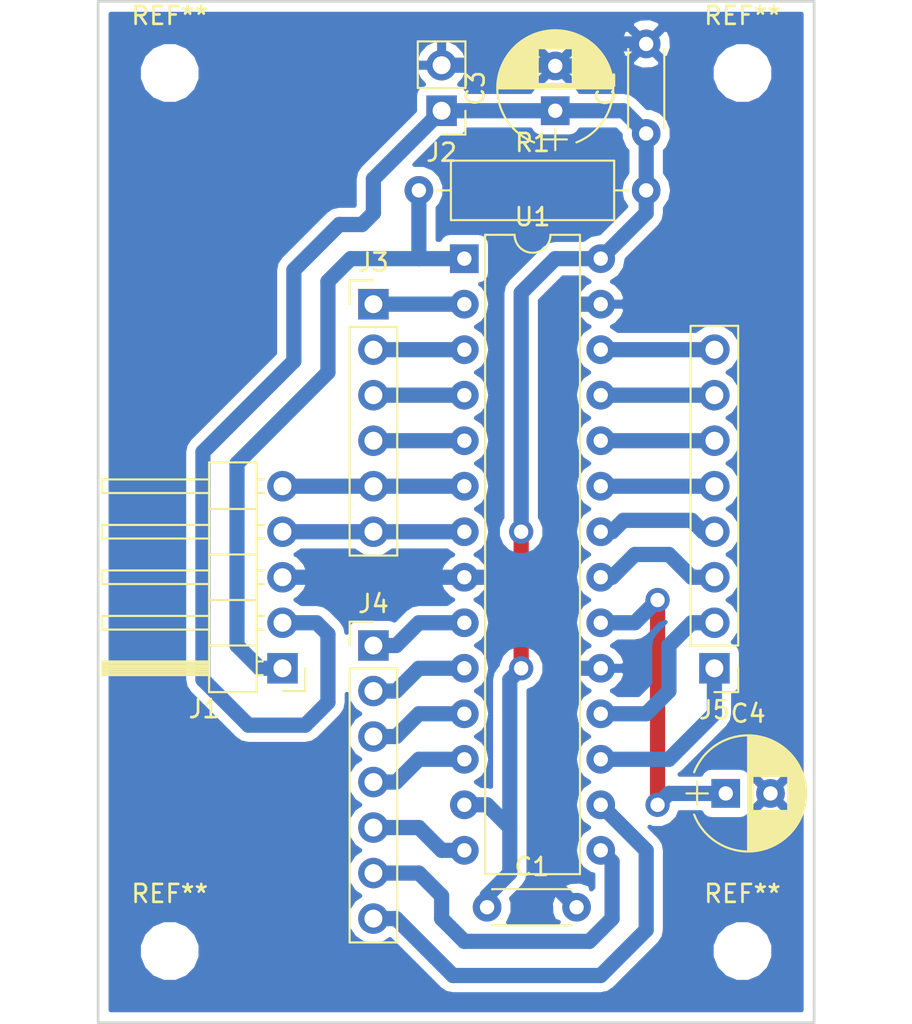
<source format=kicad_pcb>
(kicad_pcb (version 4) (host pcbnew 4.0.7)

  (general
    (links 41)
    (no_connects 0)
    (area 103.324999 72.06 144.240001 127.190002)
    (thickness 1.6)
    (drawings 6)
    (tracks 127)
    (zones 0)
    (modules 15)
    (nets 26)
  )

  (page A4)
  (layers
    (0 F.Cu signal)
    (31 B.Cu signal)
    (32 B.Adhes user)
    (33 F.Adhes user)
    (34 B.Paste user)
    (35 F.Paste user)
    (36 B.SilkS user)
    (37 F.SilkS user)
    (38 B.Mask user)
    (39 F.Mask user)
    (40 Dwgs.User user)
    (41 Cmts.User user)
    (42 Eco1.User user)
    (43 Eco2.User user)
    (44 Edge.Cuts user)
    (45 Margin user)
    (46 B.CrtYd user)
    (47 F.CrtYd user)
    (48 B.Fab user)
    (49 F.Fab user)
  )

  (setup
    (last_trace_width 0.85)
    (user_trace_width 0.3)
    (user_trace_width 0.4)
    (user_trace_width 0.5)
    (user_trace_width 0.8)
    (user_trace_width 0.85)
    (trace_clearance 0.4)
    (zone_clearance 0.508)
    (zone_45_only no)
    (trace_min 0.2)
    (segment_width 0.2)
    (edge_width 0.15)
    (via_size 0.6)
    (via_drill 0.4)
    (via_min_size 0.4)
    (via_min_drill 0.3)
    (user_via 1.35 0.8)
    (uvia_size 0.3)
    (uvia_drill 0.1)
    (uvias_allowed no)
    (uvia_min_size 0.2)
    (uvia_min_drill 0.1)
    (pcb_text_width 0.3)
    (pcb_text_size 1.5 1.5)
    (mod_edge_width 0.15)
    (mod_text_size 1 1)
    (mod_text_width 0.15)
    (pad_size 1.524 1.524)
    (pad_drill 0.762)
    (pad_to_mask_clearance 0.2)
    (aux_axis_origin 0 0)
    (visible_elements 7FFFFFFF)
    (pcbplotparams
      (layerselection 0x00030_80000001)
      (usegerberextensions false)
      (excludeedgelayer true)
      (linewidth 0.100000)
      (plotframeref false)
      (viasonmask false)
      (mode 1)
      (useauxorigin false)
      (hpglpennumber 1)
      (hpglpenspeed 20)
      (hpglpendiameter 15)
      (hpglpenoverlay 2)
      (psnegative false)
      (psa4output false)
      (plotreference true)
      (plotvalue true)
      (plotinvisibletext false)
      (padsonsilk false)
      (subtractmaskfromsilk false)
      (outputformat 1)
      (mirror false)
      (drillshape 1)
      (scaleselection 1)
      (outputdirectory ""))
  )

  (net 0 "")
  (net 1 +3V3)
  (net 2 GND)
  (net 3 "Net-(C4-Pad1)")
  (net 4 "Net-(J1-Pad1)")
  (net 5 "Net-(J1-Pad4)")
  (net 6 "Net-(J1-Pad5)")
  (net 7 "Net-(J3-Pad1)")
  (net 8 "Net-(J3-Pad2)")
  (net 9 "Net-(J3-Pad3)")
  (net 10 "Net-(J3-Pad4)")
  (net 11 "Net-(J4-Pad1)")
  (net 12 "Net-(J4-Pad2)")
  (net 13 "Net-(J4-Pad3)")
  (net 14 "Net-(J4-Pad4)")
  (net 15 "Net-(J4-Pad5)")
  (net 16 "Net-(J4-Pad6)")
  (net 17 "Net-(J4-Pad7)")
  (net 18 "Net-(J5-Pad1)")
  (net 19 "Net-(J5-Pad2)")
  (net 20 "Net-(J5-Pad3)")
  (net 21 "Net-(J5-Pad4)")
  (net 22 "Net-(J5-Pad5)")
  (net 23 "Net-(J5-Pad6)")
  (net 24 "Net-(J5-Pad7)")
  (net 25 "Net-(J5-Pad8)")

  (net_class Default "To jest domyślna klasa połączeń."
    (clearance 0.4)
    (trace_width 0.25)
    (via_dia 0.6)
    (via_drill 0.4)
    (uvia_dia 0.3)
    (uvia_drill 0.1)
    (add_net +3V3)
    (add_net GND)
    (add_net "Net-(C4-Pad1)")
    (add_net "Net-(J1-Pad1)")
    (add_net "Net-(J1-Pad4)")
    (add_net "Net-(J1-Pad5)")
    (add_net "Net-(J3-Pad1)")
    (add_net "Net-(J3-Pad2)")
    (add_net "Net-(J3-Pad3)")
    (add_net "Net-(J3-Pad4)")
    (add_net "Net-(J4-Pad1)")
    (add_net "Net-(J4-Pad2)")
    (add_net "Net-(J4-Pad3)")
    (add_net "Net-(J4-Pad4)")
    (add_net "Net-(J4-Pad5)")
    (add_net "Net-(J4-Pad6)")
    (add_net "Net-(J4-Pad7)")
    (add_net "Net-(J5-Pad1)")
    (add_net "Net-(J5-Pad2)")
    (add_net "Net-(J5-Pad3)")
    (add_net "Net-(J5-Pad4)")
    (add_net "Net-(J5-Pad5)")
    (add_net "Net-(J5-Pad6)")
    (add_net "Net-(J5-Pad7)")
    (add_net "Net-(J5-Pad8)")
  )

  (module Capacitors_THT:C_Disc_D4.3mm_W1.9mm_P5.00mm (layer F.Cu) (tedit 597BC7C2) (tstamp 5B4614BB)
    (at 125.73 122.555)
    (descr "C, Disc series, Radial, pin pitch=5.00mm, , diameter*width=4.3*1.9mm^2, Capacitor, http://www.vishay.com/docs/45233/krseries.pdf")
    (tags "C Disc series Radial pin pitch 5.00mm  diameter 4.3mm width 1.9mm Capacitor")
    (path /5B461471)
    (fp_text reference C1 (at 2.5 -2.26) (layer F.SilkS)
      (effects (font (size 1 1) (thickness 0.15)))
    )
    (fp_text value C (at 2.5 2.26) (layer F.Fab)
      (effects (font (size 1 1) (thickness 0.15)))
    )
    (fp_line (start 0.35 -0.95) (end 0.35 0.95) (layer F.Fab) (width 0.1))
    (fp_line (start 0.35 0.95) (end 4.65 0.95) (layer F.Fab) (width 0.1))
    (fp_line (start 4.65 0.95) (end 4.65 -0.95) (layer F.Fab) (width 0.1))
    (fp_line (start 4.65 -0.95) (end 0.35 -0.95) (layer F.Fab) (width 0.1))
    (fp_line (start 0.29 -1.01) (end 4.71 -1.01) (layer F.SilkS) (width 0.12))
    (fp_line (start 0.29 1.01) (end 4.71 1.01) (layer F.SilkS) (width 0.12))
    (fp_line (start 0.29 -1.01) (end 0.29 -0.996) (layer F.SilkS) (width 0.12))
    (fp_line (start 0.29 0.996) (end 0.29 1.01) (layer F.SilkS) (width 0.12))
    (fp_line (start 4.71 -1.01) (end 4.71 -0.996) (layer F.SilkS) (width 0.12))
    (fp_line (start 4.71 0.996) (end 4.71 1.01) (layer F.SilkS) (width 0.12))
    (fp_line (start -1.05 -1.3) (end -1.05 1.3) (layer F.CrtYd) (width 0.05))
    (fp_line (start -1.05 1.3) (end 6.05 1.3) (layer F.CrtYd) (width 0.05))
    (fp_line (start 6.05 1.3) (end 6.05 -1.3) (layer F.CrtYd) (width 0.05))
    (fp_line (start 6.05 -1.3) (end -1.05 -1.3) (layer F.CrtYd) (width 0.05))
    (fp_text user %R (at 2.5 0) (layer F.Fab)
      (effects (font (size 1 1) (thickness 0.15)))
    )
    (pad 1 thru_hole circle (at 0 0) (size 1.6 1.6) (drill 0.8) (layers *.Cu *.Mask)
      (net 1 +3V3))
    (pad 2 thru_hole circle (at 5 0) (size 1.6 1.6) (drill 0.8) (layers *.Cu *.Mask)
      (net 2 GND))
    (model ${KISYS3DMOD}/Capacitors_THT.3dshapes/C_Disc_D4.3mm_W1.9mm_P5.00mm.wrl
      (at (xyz 0 0 0))
      (scale (xyz 1 1 1))
      (rotate (xyz 0 0 0))
    )
  )

  (module Capacitors_THT:C_Disc_D4.3mm_W1.9mm_P5.00mm (layer F.Cu) (tedit 597BC7C2) (tstamp 5B4614D0)
    (at 134.62 79.375 90)
    (descr "C, Disc series, Radial, pin pitch=5.00mm, , diameter*width=4.3*1.9mm^2, Capacitor, http://www.vishay.com/docs/45233/krseries.pdf")
    (tags "C Disc series Radial pin pitch 5.00mm  diameter 4.3mm width 1.9mm Capacitor")
    (path /5B45FCD8)
    (fp_text reference C2 (at 2.5 -2.26 90) (layer F.SilkS)
      (effects (font (size 1 1) (thickness 0.15)))
    )
    (fp_text value C (at 2.5 2.26 90) (layer F.Fab)
      (effects (font (size 1 1) (thickness 0.15)))
    )
    (fp_line (start 0.35 -0.95) (end 0.35 0.95) (layer F.Fab) (width 0.1))
    (fp_line (start 0.35 0.95) (end 4.65 0.95) (layer F.Fab) (width 0.1))
    (fp_line (start 4.65 0.95) (end 4.65 -0.95) (layer F.Fab) (width 0.1))
    (fp_line (start 4.65 -0.95) (end 0.35 -0.95) (layer F.Fab) (width 0.1))
    (fp_line (start 0.29 -1.01) (end 4.71 -1.01) (layer F.SilkS) (width 0.12))
    (fp_line (start 0.29 1.01) (end 4.71 1.01) (layer F.SilkS) (width 0.12))
    (fp_line (start 0.29 -1.01) (end 0.29 -0.996) (layer F.SilkS) (width 0.12))
    (fp_line (start 0.29 0.996) (end 0.29 1.01) (layer F.SilkS) (width 0.12))
    (fp_line (start 4.71 -1.01) (end 4.71 -0.996) (layer F.SilkS) (width 0.12))
    (fp_line (start 4.71 0.996) (end 4.71 1.01) (layer F.SilkS) (width 0.12))
    (fp_line (start -1.05 -1.3) (end -1.05 1.3) (layer F.CrtYd) (width 0.05))
    (fp_line (start -1.05 1.3) (end 6.05 1.3) (layer F.CrtYd) (width 0.05))
    (fp_line (start 6.05 1.3) (end 6.05 -1.3) (layer F.CrtYd) (width 0.05))
    (fp_line (start 6.05 -1.3) (end -1.05 -1.3) (layer F.CrtYd) (width 0.05))
    (fp_text user %R (at 2.5 0 90) (layer F.Fab)
      (effects (font (size 1 1) (thickness 0.15)))
    )
    (pad 1 thru_hole circle (at 0 0 90) (size 1.6 1.6) (drill 0.8) (layers *.Cu *.Mask)
      (net 1 +3V3))
    (pad 2 thru_hole circle (at 5 0 90) (size 1.6 1.6) (drill 0.8) (layers *.Cu *.Mask)
      (net 2 GND))
    (model ${KISYS3DMOD}/Capacitors_THT.3dshapes/C_Disc_D4.3mm_W1.9mm_P5.00mm.wrl
      (at (xyz 0 0 0))
      (scale (xyz 1 1 1))
      (rotate (xyz 0 0 0))
    )
  )

  (module Capacitors_THT:CP_Radial_D6.3mm_P2.50mm (layer F.Cu) (tedit 597BC7C2) (tstamp 5B461565)
    (at 129.54 78.105 90)
    (descr "CP, Radial series, Radial, pin pitch=2.50mm, , diameter=6.3mm, Electrolytic Capacitor")
    (tags "CP Radial series Radial pin pitch 2.50mm  diameter 6.3mm Electrolytic Capacitor")
    (path /5B45FD89)
    (fp_text reference C3 (at 1.25 -4.46 90) (layer F.SilkS)
      (effects (font (size 1 1) (thickness 0.15)))
    )
    (fp_text value CP (at 1.25 4.46 90) (layer F.Fab)
      (effects (font (size 1 1) (thickness 0.15)))
    )
    (fp_arc (start 1.25 0) (end -1.767482 -1.18) (angle 137.3) (layer F.SilkS) (width 0.12))
    (fp_arc (start 1.25 0) (end -1.767482 1.18) (angle -137.3) (layer F.SilkS) (width 0.12))
    (fp_arc (start 1.25 0) (end 4.267482 -1.18) (angle 42.7) (layer F.SilkS) (width 0.12))
    (fp_circle (center 1.25 0) (end 4.4 0) (layer F.Fab) (width 0.1))
    (fp_line (start -2.2 0) (end -1 0) (layer F.Fab) (width 0.1))
    (fp_line (start -1.6 -0.65) (end -1.6 0.65) (layer F.Fab) (width 0.1))
    (fp_line (start 1.25 -3.2) (end 1.25 3.2) (layer F.SilkS) (width 0.12))
    (fp_line (start 1.29 -3.2) (end 1.29 3.2) (layer F.SilkS) (width 0.12))
    (fp_line (start 1.33 -3.2) (end 1.33 3.2) (layer F.SilkS) (width 0.12))
    (fp_line (start 1.37 -3.198) (end 1.37 3.198) (layer F.SilkS) (width 0.12))
    (fp_line (start 1.41 -3.197) (end 1.41 3.197) (layer F.SilkS) (width 0.12))
    (fp_line (start 1.45 -3.194) (end 1.45 3.194) (layer F.SilkS) (width 0.12))
    (fp_line (start 1.49 -3.192) (end 1.49 3.192) (layer F.SilkS) (width 0.12))
    (fp_line (start 1.53 -3.188) (end 1.53 -0.98) (layer F.SilkS) (width 0.12))
    (fp_line (start 1.53 0.98) (end 1.53 3.188) (layer F.SilkS) (width 0.12))
    (fp_line (start 1.57 -3.185) (end 1.57 -0.98) (layer F.SilkS) (width 0.12))
    (fp_line (start 1.57 0.98) (end 1.57 3.185) (layer F.SilkS) (width 0.12))
    (fp_line (start 1.61 -3.18) (end 1.61 -0.98) (layer F.SilkS) (width 0.12))
    (fp_line (start 1.61 0.98) (end 1.61 3.18) (layer F.SilkS) (width 0.12))
    (fp_line (start 1.65 -3.176) (end 1.65 -0.98) (layer F.SilkS) (width 0.12))
    (fp_line (start 1.65 0.98) (end 1.65 3.176) (layer F.SilkS) (width 0.12))
    (fp_line (start 1.69 -3.17) (end 1.69 -0.98) (layer F.SilkS) (width 0.12))
    (fp_line (start 1.69 0.98) (end 1.69 3.17) (layer F.SilkS) (width 0.12))
    (fp_line (start 1.73 -3.165) (end 1.73 -0.98) (layer F.SilkS) (width 0.12))
    (fp_line (start 1.73 0.98) (end 1.73 3.165) (layer F.SilkS) (width 0.12))
    (fp_line (start 1.77 -3.158) (end 1.77 -0.98) (layer F.SilkS) (width 0.12))
    (fp_line (start 1.77 0.98) (end 1.77 3.158) (layer F.SilkS) (width 0.12))
    (fp_line (start 1.81 -3.152) (end 1.81 -0.98) (layer F.SilkS) (width 0.12))
    (fp_line (start 1.81 0.98) (end 1.81 3.152) (layer F.SilkS) (width 0.12))
    (fp_line (start 1.85 -3.144) (end 1.85 -0.98) (layer F.SilkS) (width 0.12))
    (fp_line (start 1.85 0.98) (end 1.85 3.144) (layer F.SilkS) (width 0.12))
    (fp_line (start 1.89 -3.137) (end 1.89 -0.98) (layer F.SilkS) (width 0.12))
    (fp_line (start 1.89 0.98) (end 1.89 3.137) (layer F.SilkS) (width 0.12))
    (fp_line (start 1.93 -3.128) (end 1.93 -0.98) (layer F.SilkS) (width 0.12))
    (fp_line (start 1.93 0.98) (end 1.93 3.128) (layer F.SilkS) (width 0.12))
    (fp_line (start 1.971 -3.119) (end 1.971 -0.98) (layer F.SilkS) (width 0.12))
    (fp_line (start 1.971 0.98) (end 1.971 3.119) (layer F.SilkS) (width 0.12))
    (fp_line (start 2.011 -3.11) (end 2.011 -0.98) (layer F.SilkS) (width 0.12))
    (fp_line (start 2.011 0.98) (end 2.011 3.11) (layer F.SilkS) (width 0.12))
    (fp_line (start 2.051 -3.1) (end 2.051 -0.98) (layer F.SilkS) (width 0.12))
    (fp_line (start 2.051 0.98) (end 2.051 3.1) (layer F.SilkS) (width 0.12))
    (fp_line (start 2.091 -3.09) (end 2.091 -0.98) (layer F.SilkS) (width 0.12))
    (fp_line (start 2.091 0.98) (end 2.091 3.09) (layer F.SilkS) (width 0.12))
    (fp_line (start 2.131 -3.079) (end 2.131 -0.98) (layer F.SilkS) (width 0.12))
    (fp_line (start 2.131 0.98) (end 2.131 3.079) (layer F.SilkS) (width 0.12))
    (fp_line (start 2.171 -3.067) (end 2.171 -0.98) (layer F.SilkS) (width 0.12))
    (fp_line (start 2.171 0.98) (end 2.171 3.067) (layer F.SilkS) (width 0.12))
    (fp_line (start 2.211 -3.055) (end 2.211 -0.98) (layer F.SilkS) (width 0.12))
    (fp_line (start 2.211 0.98) (end 2.211 3.055) (layer F.SilkS) (width 0.12))
    (fp_line (start 2.251 -3.042) (end 2.251 -0.98) (layer F.SilkS) (width 0.12))
    (fp_line (start 2.251 0.98) (end 2.251 3.042) (layer F.SilkS) (width 0.12))
    (fp_line (start 2.291 -3.029) (end 2.291 -0.98) (layer F.SilkS) (width 0.12))
    (fp_line (start 2.291 0.98) (end 2.291 3.029) (layer F.SilkS) (width 0.12))
    (fp_line (start 2.331 -3.015) (end 2.331 -0.98) (layer F.SilkS) (width 0.12))
    (fp_line (start 2.331 0.98) (end 2.331 3.015) (layer F.SilkS) (width 0.12))
    (fp_line (start 2.371 -3.001) (end 2.371 -0.98) (layer F.SilkS) (width 0.12))
    (fp_line (start 2.371 0.98) (end 2.371 3.001) (layer F.SilkS) (width 0.12))
    (fp_line (start 2.411 -2.986) (end 2.411 -0.98) (layer F.SilkS) (width 0.12))
    (fp_line (start 2.411 0.98) (end 2.411 2.986) (layer F.SilkS) (width 0.12))
    (fp_line (start 2.451 -2.97) (end 2.451 -0.98) (layer F.SilkS) (width 0.12))
    (fp_line (start 2.451 0.98) (end 2.451 2.97) (layer F.SilkS) (width 0.12))
    (fp_line (start 2.491 -2.954) (end 2.491 -0.98) (layer F.SilkS) (width 0.12))
    (fp_line (start 2.491 0.98) (end 2.491 2.954) (layer F.SilkS) (width 0.12))
    (fp_line (start 2.531 -2.937) (end 2.531 -0.98) (layer F.SilkS) (width 0.12))
    (fp_line (start 2.531 0.98) (end 2.531 2.937) (layer F.SilkS) (width 0.12))
    (fp_line (start 2.571 -2.919) (end 2.571 -0.98) (layer F.SilkS) (width 0.12))
    (fp_line (start 2.571 0.98) (end 2.571 2.919) (layer F.SilkS) (width 0.12))
    (fp_line (start 2.611 -2.901) (end 2.611 -0.98) (layer F.SilkS) (width 0.12))
    (fp_line (start 2.611 0.98) (end 2.611 2.901) (layer F.SilkS) (width 0.12))
    (fp_line (start 2.651 -2.882) (end 2.651 -0.98) (layer F.SilkS) (width 0.12))
    (fp_line (start 2.651 0.98) (end 2.651 2.882) (layer F.SilkS) (width 0.12))
    (fp_line (start 2.691 -2.863) (end 2.691 -0.98) (layer F.SilkS) (width 0.12))
    (fp_line (start 2.691 0.98) (end 2.691 2.863) (layer F.SilkS) (width 0.12))
    (fp_line (start 2.731 -2.843) (end 2.731 -0.98) (layer F.SilkS) (width 0.12))
    (fp_line (start 2.731 0.98) (end 2.731 2.843) (layer F.SilkS) (width 0.12))
    (fp_line (start 2.771 -2.822) (end 2.771 -0.98) (layer F.SilkS) (width 0.12))
    (fp_line (start 2.771 0.98) (end 2.771 2.822) (layer F.SilkS) (width 0.12))
    (fp_line (start 2.811 -2.8) (end 2.811 -0.98) (layer F.SilkS) (width 0.12))
    (fp_line (start 2.811 0.98) (end 2.811 2.8) (layer F.SilkS) (width 0.12))
    (fp_line (start 2.851 -2.778) (end 2.851 -0.98) (layer F.SilkS) (width 0.12))
    (fp_line (start 2.851 0.98) (end 2.851 2.778) (layer F.SilkS) (width 0.12))
    (fp_line (start 2.891 -2.755) (end 2.891 -0.98) (layer F.SilkS) (width 0.12))
    (fp_line (start 2.891 0.98) (end 2.891 2.755) (layer F.SilkS) (width 0.12))
    (fp_line (start 2.931 -2.731) (end 2.931 -0.98) (layer F.SilkS) (width 0.12))
    (fp_line (start 2.931 0.98) (end 2.931 2.731) (layer F.SilkS) (width 0.12))
    (fp_line (start 2.971 -2.706) (end 2.971 -0.98) (layer F.SilkS) (width 0.12))
    (fp_line (start 2.971 0.98) (end 2.971 2.706) (layer F.SilkS) (width 0.12))
    (fp_line (start 3.011 -2.681) (end 3.011 -0.98) (layer F.SilkS) (width 0.12))
    (fp_line (start 3.011 0.98) (end 3.011 2.681) (layer F.SilkS) (width 0.12))
    (fp_line (start 3.051 -2.654) (end 3.051 -0.98) (layer F.SilkS) (width 0.12))
    (fp_line (start 3.051 0.98) (end 3.051 2.654) (layer F.SilkS) (width 0.12))
    (fp_line (start 3.091 -2.627) (end 3.091 -0.98) (layer F.SilkS) (width 0.12))
    (fp_line (start 3.091 0.98) (end 3.091 2.627) (layer F.SilkS) (width 0.12))
    (fp_line (start 3.131 -2.599) (end 3.131 -0.98) (layer F.SilkS) (width 0.12))
    (fp_line (start 3.131 0.98) (end 3.131 2.599) (layer F.SilkS) (width 0.12))
    (fp_line (start 3.171 -2.57) (end 3.171 -0.98) (layer F.SilkS) (width 0.12))
    (fp_line (start 3.171 0.98) (end 3.171 2.57) (layer F.SilkS) (width 0.12))
    (fp_line (start 3.211 -2.54) (end 3.211 -0.98) (layer F.SilkS) (width 0.12))
    (fp_line (start 3.211 0.98) (end 3.211 2.54) (layer F.SilkS) (width 0.12))
    (fp_line (start 3.251 -2.51) (end 3.251 -0.98) (layer F.SilkS) (width 0.12))
    (fp_line (start 3.251 0.98) (end 3.251 2.51) (layer F.SilkS) (width 0.12))
    (fp_line (start 3.291 -2.478) (end 3.291 -0.98) (layer F.SilkS) (width 0.12))
    (fp_line (start 3.291 0.98) (end 3.291 2.478) (layer F.SilkS) (width 0.12))
    (fp_line (start 3.331 -2.445) (end 3.331 -0.98) (layer F.SilkS) (width 0.12))
    (fp_line (start 3.331 0.98) (end 3.331 2.445) (layer F.SilkS) (width 0.12))
    (fp_line (start 3.371 -2.411) (end 3.371 -0.98) (layer F.SilkS) (width 0.12))
    (fp_line (start 3.371 0.98) (end 3.371 2.411) (layer F.SilkS) (width 0.12))
    (fp_line (start 3.411 -2.375) (end 3.411 -0.98) (layer F.SilkS) (width 0.12))
    (fp_line (start 3.411 0.98) (end 3.411 2.375) (layer F.SilkS) (width 0.12))
    (fp_line (start 3.451 -2.339) (end 3.451 -0.98) (layer F.SilkS) (width 0.12))
    (fp_line (start 3.451 0.98) (end 3.451 2.339) (layer F.SilkS) (width 0.12))
    (fp_line (start 3.491 -2.301) (end 3.491 2.301) (layer F.SilkS) (width 0.12))
    (fp_line (start 3.531 -2.262) (end 3.531 2.262) (layer F.SilkS) (width 0.12))
    (fp_line (start 3.571 -2.222) (end 3.571 2.222) (layer F.SilkS) (width 0.12))
    (fp_line (start 3.611 -2.18) (end 3.611 2.18) (layer F.SilkS) (width 0.12))
    (fp_line (start 3.651 -2.137) (end 3.651 2.137) (layer F.SilkS) (width 0.12))
    (fp_line (start 3.691 -2.092) (end 3.691 2.092) (layer F.SilkS) (width 0.12))
    (fp_line (start 3.731 -2.045) (end 3.731 2.045) (layer F.SilkS) (width 0.12))
    (fp_line (start 3.771 -1.997) (end 3.771 1.997) (layer F.SilkS) (width 0.12))
    (fp_line (start 3.811 -1.946) (end 3.811 1.946) (layer F.SilkS) (width 0.12))
    (fp_line (start 3.851 -1.894) (end 3.851 1.894) (layer F.SilkS) (width 0.12))
    (fp_line (start 3.891 -1.839) (end 3.891 1.839) (layer F.SilkS) (width 0.12))
    (fp_line (start 3.931 -1.781) (end 3.931 1.781) (layer F.SilkS) (width 0.12))
    (fp_line (start 3.971 -1.721) (end 3.971 1.721) (layer F.SilkS) (width 0.12))
    (fp_line (start 4.011 -1.658) (end 4.011 1.658) (layer F.SilkS) (width 0.12))
    (fp_line (start 4.051 -1.591) (end 4.051 1.591) (layer F.SilkS) (width 0.12))
    (fp_line (start 4.091 -1.52) (end 4.091 1.52) (layer F.SilkS) (width 0.12))
    (fp_line (start 4.131 -1.445) (end 4.131 1.445) (layer F.SilkS) (width 0.12))
    (fp_line (start 4.171 -1.364) (end 4.171 1.364) (layer F.SilkS) (width 0.12))
    (fp_line (start 4.211 -1.278) (end 4.211 1.278) (layer F.SilkS) (width 0.12))
    (fp_line (start 4.251 -1.184) (end 4.251 1.184) (layer F.SilkS) (width 0.12))
    (fp_line (start 4.291 -1.081) (end 4.291 1.081) (layer F.SilkS) (width 0.12))
    (fp_line (start 4.331 -0.966) (end 4.331 0.966) (layer F.SilkS) (width 0.12))
    (fp_line (start 4.371 -0.834) (end 4.371 0.834) (layer F.SilkS) (width 0.12))
    (fp_line (start 4.411 -0.676) (end 4.411 0.676) (layer F.SilkS) (width 0.12))
    (fp_line (start 4.451 -0.468) (end 4.451 0.468) (layer F.SilkS) (width 0.12))
    (fp_line (start -2.2 0) (end -1 0) (layer F.SilkS) (width 0.12))
    (fp_line (start -1.6 -0.65) (end -1.6 0.65) (layer F.SilkS) (width 0.12))
    (fp_line (start -2.25 -3.5) (end -2.25 3.5) (layer F.CrtYd) (width 0.05))
    (fp_line (start -2.25 3.5) (end 4.75 3.5) (layer F.CrtYd) (width 0.05))
    (fp_line (start 4.75 3.5) (end 4.75 -3.5) (layer F.CrtYd) (width 0.05))
    (fp_line (start 4.75 -3.5) (end -2.25 -3.5) (layer F.CrtYd) (width 0.05))
    (fp_text user %R (at 1.25 0 90) (layer F.Fab)
      (effects (font (size 1 1) (thickness 0.15)))
    )
    (pad 1 thru_hole rect (at 0 0 90) (size 1.6 1.6) (drill 0.8) (layers *.Cu *.Mask)
      (net 1 +3V3))
    (pad 2 thru_hole circle (at 2.5 0 90) (size 1.6 1.6) (drill 0.8) (layers *.Cu *.Mask)
      (net 2 GND))
    (model ${KISYS3DMOD}/Capacitors_THT.3dshapes/CP_Radial_D6.3mm_P2.50mm.wrl
      (at (xyz 0 0 0))
      (scale (xyz 1 1 1))
      (rotate (xyz 0 0 0))
    )
  )

  (module Capacitors_THT:CP_Radial_D6.3mm_P2.50mm (layer F.Cu) (tedit 597BC7C2) (tstamp 5B4615FA)
    (at 139.065 116.205)
    (descr "CP, Radial series, Radial, pin pitch=2.50mm, , diameter=6.3mm, Electrolytic Capacitor")
    (tags "CP Radial series Radial pin pitch 2.50mm  diameter 6.3mm Electrolytic Capacitor")
    (path /5B461B9D)
    (fp_text reference C4 (at 1.25 -4.46) (layer F.SilkS)
      (effects (font (size 1 1) (thickness 0.15)))
    )
    (fp_text value CP (at 1.25 4.46) (layer F.Fab)
      (effects (font (size 1 1) (thickness 0.15)))
    )
    (fp_arc (start 1.25 0) (end -1.767482 -1.18) (angle 137.3) (layer F.SilkS) (width 0.12))
    (fp_arc (start 1.25 0) (end -1.767482 1.18) (angle -137.3) (layer F.SilkS) (width 0.12))
    (fp_arc (start 1.25 0) (end 4.267482 -1.18) (angle 42.7) (layer F.SilkS) (width 0.12))
    (fp_circle (center 1.25 0) (end 4.4 0) (layer F.Fab) (width 0.1))
    (fp_line (start -2.2 0) (end -1 0) (layer F.Fab) (width 0.1))
    (fp_line (start -1.6 -0.65) (end -1.6 0.65) (layer F.Fab) (width 0.1))
    (fp_line (start 1.25 -3.2) (end 1.25 3.2) (layer F.SilkS) (width 0.12))
    (fp_line (start 1.29 -3.2) (end 1.29 3.2) (layer F.SilkS) (width 0.12))
    (fp_line (start 1.33 -3.2) (end 1.33 3.2) (layer F.SilkS) (width 0.12))
    (fp_line (start 1.37 -3.198) (end 1.37 3.198) (layer F.SilkS) (width 0.12))
    (fp_line (start 1.41 -3.197) (end 1.41 3.197) (layer F.SilkS) (width 0.12))
    (fp_line (start 1.45 -3.194) (end 1.45 3.194) (layer F.SilkS) (width 0.12))
    (fp_line (start 1.49 -3.192) (end 1.49 3.192) (layer F.SilkS) (width 0.12))
    (fp_line (start 1.53 -3.188) (end 1.53 -0.98) (layer F.SilkS) (width 0.12))
    (fp_line (start 1.53 0.98) (end 1.53 3.188) (layer F.SilkS) (width 0.12))
    (fp_line (start 1.57 -3.185) (end 1.57 -0.98) (layer F.SilkS) (width 0.12))
    (fp_line (start 1.57 0.98) (end 1.57 3.185) (layer F.SilkS) (width 0.12))
    (fp_line (start 1.61 -3.18) (end 1.61 -0.98) (layer F.SilkS) (width 0.12))
    (fp_line (start 1.61 0.98) (end 1.61 3.18) (layer F.SilkS) (width 0.12))
    (fp_line (start 1.65 -3.176) (end 1.65 -0.98) (layer F.SilkS) (width 0.12))
    (fp_line (start 1.65 0.98) (end 1.65 3.176) (layer F.SilkS) (width 0.12))
    (fp_line (start 1.69 -3.17) (end 1.69 -0.98) (layer F.SilkS) (width 0.12))
    (fp_line (start 1.69 0.98) (end 1.69 3.17) (layer F.SilkS) (width 0.12))
    (fp_line (start 1.73 -3.165) (end 1.73 -0.98) (layer F.SilkS) (width 0.12))
    (fp_line (start 1.73 0.98) (end 1.73 3.165) (layer F.SilkS) (width 0.12))
    (fp_line (start 1.77 -3.158) (end 1.77 -0.98) (layer F.SilkS) (width 0.12))
    (fp_line (start 1.77 0.98) (end 1.77 3.158) (layer F.SilkS) (width 0.12))
    (fp_line (start 1.81 -3.152) (end 1.81 -0.98) (layer F.SilkS) (width 0.12))
    (fp_line (start 1.81 0.98) (end 1.81 3.152) (layer F.SilkS) (width 0.12))
    (fp_line (start 1.85 -3.144) (end 1.85 -0.98) (layer F.SilkS) (width 0.12))
    (fp_line (start 1.85 0.98) (end 1.85 3.144) (layer F.SilkS) (width 0.12))
    (fp_line (start 1.89 -3.137) (end 1.89 -0.98) (layer F.SilkS) (width 0.12))
    (fp_line (start 1.89 0.98) (end 1.89 3.137) (layer F.SilkS) (width 0.12))
    (fp_line (start 1.93 -3.128) (end 1.93 -0.98) (layer F.SilkS) (width 0.12))
    (fp_line (start 1.93 0.98) (end 1.93 3.128) (layer F.SilkS) (width 0.12))
    (fp_line (start 1.971 -3.119) (end 1.971 -0.98) (layer F.SilkS) (width 0.12))
    (fp_line (start 1.971 0.98) (end 1.971 3.119) (layer F.SilkS) (width 0.12))
    (fp_line (start 2.011 -3.11) (end 2.011 -0.98) (layer F.SilkS) (width 0.12))
    (fp_line (start 2.011 0.98) (end 2.011 3.11) (layer F.SilkS) (width 0.12))
    (fp_line (start 2.051 -3.1) (end 2.051 -0.98) (layer F.SilkS) (width 0.12))
    (fp_line (start 2.051 0.98) (end 2.051 3.1) (layer F.SilkS) (width 0.12))
    (fp_line (start 2.091 -3.09) (end 2.091 -0.98) (layer F.SilkS) (width 0.12))
    (fp_line (start 2.091 0.98) (end 2.091 3.09) (layer F.SilkS) (width 0.12))
    (fp_line (start 2.131 -3.079) (end 2.131 -0.98) (layer F.SilkS) (width 0.12))
    (fp_line (start 2.131 0.98) (end 2.131 3.079) (layer F.SilkS) (width 0.12))
    (fp_line (start 2.171 -3.067) (end 2.171 -0.98) (layer F.SilkS) (width 0.12))
    (fp_line (start 2.171 0.98) (end 2.171 3.067) (layer F.SilkS) (width 0.12))
    (fp_line (start 2.211 -3.055) (end 2.211 -0.98) (layer F.SilkS) (width 0.12))
    (fp_line (start 2.211 0.98) (end 2.211 3.055) (layer F.SilkS) (width 0.12))
    (fp_line (start 2.251 -3.042) (end 2.251 -0.98) (layer F.SilkS) (width 0.12))
    (fp_line (start 2.251 0.98) (end 2.251 3.042) (layer F.SilkS) (width 0.12))
    (fp_line (start 2.291 -3.029) (end 2.291 -0.98) (layer F.SilkS) (width 0.12))
    (fp_line (start 2.291 0.98) (end 2.291 3.029) (layer F.SilkS) (width 0.12))
    (fp_line (start 2.331 -3.015) (end 2.331 -0.98) (layer F.SilkS) (width 0.12))
    (fp_line (start 2.331 0.98) (end 2.331 3.015) (layer F.SilkS) (width 0.12))
    (fp_line (start 2.371 -3.001) (end 2.371 -0.98) (layer F.SilkS) (width 0.12))
    (fp_line (start 2.371 0.98) (end 2.371 3.001) (layer F.SilkS) (width 0.12))
    (fp_line (start 2.411 -2.986) (end 2.411 -0.98) (layer F.SilkS) (width 0.12))
    (fp_line (start 2.411 0.98) (end 2.411 2.986) (layer F.SilkS) (width 0.12))
    (fp_line (start 2.451 -2.97) (end 2.451 -0.98) (layer F.SilkS) (width 0.12))
    (fp_line (start 2.451 0.98) (end 2.451 2.97) (layer F.SilkS) (width 0.12))
    (fp_line (start 2.491 -2.954) (end 2.491 -0.98) (layer F.SilkS) (width 0.12))
    (fp_line (start 2.491 0.98) (end 2.491 2.954) (layer F.SilkS) (width 0.12))
    (fp_line (start 2.531 -2.937) (end 2.531 -0.98) (layer F.SilkS) (width 0.12))
    (fp_line (start 2.531 0.98) (end 2.531 2.937) (layer F.SilkS) (width 0.12))
    (fp_line (start 2.571 -2.919) (end 2.571 -0.98) (layer F.SilkS) (width 0.12))
    (fp_line (start 2.571 0.98) (end 2.571 2.919) (layer F.SilkS) (width 0.12))
    (fp_line (start 2.611 -2.901) (end 2.611 -0.98) (layer F.SilkS) (width 0.12))
    (fp_line (start 2.611 0.98) (end 2.611 2.901) (layer F.SilkS) (width 0.12))
    (fp_line (start 2.651 -2.882) (end 2.651 -0.98) (layer F.SilkS) (width 0.12))
    (fp_line (start 2.651 0.98) (end 2.651 2.882) (layer F.SilkS) (width 0.12))
    (fp_line (start 2.691 -2.863) (end 2.691 -0.98) (layer F.SilkS) (width 0.12))
    (fp_line (start 2.691 0.98) (end 2.691 2.863) (layer F.SilkS) (width 0.12))
    (fp_line (start 2.731 -2.843) (end 2.731 -0.98) (layer F.SilkS) (width 0.12))
    (fp_line (start 2.731 0.98) (end 2.731 2.843) (layer F.SilkS) (width 0.12))
    (fp_line (start 2.771 -2.822) (end 2.771 -0.98) (layer F.SilkS) (width 0.12))
    (fp_line (start 2.771 0.98) (end 2.771 2.822) (layer F.SilkS) (width 0.12))
    (fp_line (start 2.811 -2.8) (end 2.811 -0.98) (layer F.SilkS) (width 0.12))
    (fp_line (start 2.811 0.98) (end 2.811 2.8) (layer F.SilkS) (width 0.12))
    (fp_line (start 2.851 -2.778) (end 2.851 -0.98) (layer F.SilkS) (width 0.12))
    (fp_line (start 2.851 0.98) (end 2.851 2.778) (layer F.SilkS) (width 0.12))
    (fp_line (start 2.891 -2.755) (end 2.891 -0.98) (layer F.SilkS) (width 0.12))
    (fp_line (start 2.891 0.98) (end 2.891 2.755) (layer F.SilkS) (width 0.12))
    (fp_line (start 2.931 -2.731) (end 2.931 -0.98) (layer F.SilkS) (width 0.12))
    (fp_line (start 2.931 0.98) (end 2.931 2.731) (layer F.SilkS) (width 0.12))
    (fp_line (start 2.971 -2.706) (end 2.971 -0.98) (layer F.SilkS) (width 0.12))
    (fp_line (start 2.971 0.98) (end 2.971 2.706) (layer F.SilkS) (width 0.12))
    (fp_line (start 3.011 -2.681) (end 3.011 -0.98) (layer F.SilkS) (width 0.12))
    (fp_line (start 3.011 0.98) (end 3.011 2.681) (layer F.SilkS) (width 0.12))
    (fp_line (start 3.051 -2.654) (end 3.051 -0.98) (layer F.SilkS) (width 0.12))
    (fp_line (start 3.051 0.98) (end 3.051 2.654) (layer F.SilkS) (width 0.12))
    (fp_line (start 3.091 -2.627) (end 3.091 -0.98) (layer F.SilkS) (width 0.12))
    (fp_line (start 3.091 0.98) (end 3.091 2.627) (layer F.SilkS) (width 0.12))
    (fp_line (start 3.131 -2.599) (end 3.131 -0.98) (layer F.SilkS) (width 0.12))
    (fp_line (start 3.131 0.98) (end 3.131 2.599) (layer F.SilkS) (width 0.12))
    (fp_line (start 3.171 -2.57) (end 3.171 -0.98) (layer F.SilkS) (width 0.12))
    (fp_line (start 3.171 0.98) (end 3.171 2.57) (layer F.SilkS) (width 0.12))
    (fp_line (start 3.211 -2.54) (end 3.211 -0.98) (layer F.SilkS) (width 0.12))
    (fp_line (start 3.211 0.98) (end 3.211 2.54) (layer F.SilkS) (width 0.12))
    (fp_line (start 3.251 -2.51) (end 3.251 -0.98) (layer F.SilkS) (width 0.12))
    (fp_line (start 3.251 0.98) (end 3.251 2.51) (layer F.SilkS) (width 0.12))
    (fp_line (start 3.291 -2.478) (end 3.291 -0.98) (layer F.SilkS) (width 0.12))
    (fp_line (start 3.291 0.98) (end 3.291 2.478) (layer F.SilkS) (width 0.12))
    (fp_line (start 3.331 -2.445) (end 3.331 -0.98) (layer F.SilkS) (width 0.12))
    (fp_line (start 3.331 0.98) (end 3.331 2.445) (layer F.SilkS) (width 0.12))
    (fp_line (start 3.371 -2.411) (end 3.371 -0.98) (layer F.SilkS) (width 0.12))
    (fp_line (start 3.371 0.98) (end 3.371 2.411) (layer F.SilkS) (width 0.12))
    (fp_line (start 3.411 -2.375) (end 3.411 -0.98) (layer F.SilkS) (width 0.12))
    (fp_line (start 3.411 0.98) (end 3.411 2.375) (layer F.SilkS) (width 0.12))
    (fp_line (start 3.451 -2.339) (end 3.451 -0.98) (layer F.SilkS) (width 0.12))
    (fp_line (start 3.451 0.98) (end 3.451 2.339) (layer F.SilkS) (width 0.12))
    (fp_line (start 3.491 -2.301) (end 3.491 2.301) (layer F.SilkS) (width 0.12))
    (fp_line (start 3.531 -2.262) (end 3.531 2.262) (layer F.SilkS) (width 0.12))
    (fp_line (start 3.571 -2.222) (end 3.571 2.222) (layer F.SilkS) (width 0.12))
    (fp_line (start 3.611 -2.18) (end 3.611 2.18) (layer F.SilkS) (width 0.12))
    (fp_line (start 3.651 -2.137) (end 3.651 2.137) (layer F.SilkS) (width 0.12))
    (fp_line (start 3.691 -2.092) (end 3.691 2.092) (layer F.SilkS) (width 0.12))
    (fp_line (start 3.731 -2.045) (end 3.731 2.045) (layer F.SilkS) (width 0.12))
    (fp_line (start 3.771 -1.997) (end 3.771 1.997) (layer F.SilkS) (width 0.12))
    (fp_line (start 3.811 -1.946) (end 3.811 1.946) (layer F.SilkS) (width 0.12))
    (fp_line (start 3.851 -1.894) (end 3.851 1.894) (layer F.SilkS) (width 0.12))
    (fp_line (start 3.891 -1.839) (end 3.891 1.839) (layer F.SilkS) (width 0.12))
    (fp_line (start 3.931 -1.781) (end 3.931 1.781) (layer F.SilkS) (width 0.12))
    (fp_line (start 3.971 -1.721) (end 3.971 1.721) (layer F.SilkS) (width 0.12))
    (fp_line (start 4.011 -1.658) (end 4.011 1.658) (layer F.SilkS) (width 0.12))
    (fp_line (start 4.051 -1.591) (end 4.051 1.591) (layer F.SilkS) (width 0.12))
    (fp_line (start 4.091 -1.52) (end 4.091 1.52) (layer F.SilkS) (width 0.12))
    (fp_line (start 4.131 -1.445) (end 4.131 1.445) (layer F.SilkS) (width 0.12))
    (fp_line (start 4.171 -1.364) (end 4.171 1.364) (layer F.SilkS) (width 0.12))
    (fp_line (start 4.211 -1.278) (end 4.211 1.278) (layer F.SilkS) (width 0.12))
    (fp_line (start 4.251 -1.184) (end 4.251 1.184) (layer F.SilkS) (width 0.12))
    (fp_line (start 4.291 -1.081) (end 4.291 1.081) (layer F.SilkS) (width 0.12))
    (fp_line (start 4.331 -0.966) (end 4.331 0.966) (layer F.SilkS) (width 0.12))
    (fp_line (start 4.371 -0.834) (end 4.371 0.834) (layer F.SilkS) (width 0.12))
    (fp_line (start 4.411 -0.676) (end 4.411 0.676) (layer F.SilkS) (width 0.12))
    (fp_line (start 4.451 -0.468) (end 4.451 0.468) (layer F.SilkS) (width 0.12))
    (fp_line (start -2.2 0) (end -1 0) (layer F.SilkS) (width 0.12))
    (fp_line (start -1.6 -0.65) (end -1.6 0.65) (layer F.SilkS) (width 0.12))
    (fp_line (start -2.25 -3.5) (end -2.25 3.5) (layer F.CrtYd) (width 0.05))
    (fp_line (start -2.25 3.5) (end 4.75 3.5) (layer F.CrtYd) (width 0.05))
    (fp_line (start 4.75 3.5) (end 4.75 -3.5) (layer F.CrtYd) (width 0.05))
    (fp_line (start 4.75 -3.5) (end -2.25 -3.5) (layer F.CrtYd) (width 0.05))
    (fp_text user %R (at 1.25 0) (layer F.Fab)
      (effects (font (size 1 1) (thickness 0.15)))
    )
    (pad 1 thru_hole rect (at 0 0) (size 1.6 1.6) (drill 0.8) (layers *.Cu *.Mask)
      (net 3 "Net-(C4-Pad1)"))
    (pad 2 thru_hole circle (at 2.5 0) (size 1.6 1.6) (drill 0.8) (layers *.Cu *.Mask)
      (net 2 GND))
    (model ${KISYS3DMOD}/Capacitors_THT.3dshapes/CP_Radial_D6.3mm_P2.50mm.wrl
      (at (xyz 0 0 0))
      (scale (xyz 1 1 1))
      (rotate (xyz 0 0 0))
    )
  )

  (module Pin_Headers:Pin_Header_Straight_1x02_Pitch2.54mm (layer F.Cu) (tedit 59650532) (tstamp 5B461629)
    (at 123.19 78.105 180)
    (descr "Through hole straight pin header, 1x02, 2.54mm pitch, single row")
    (tags "Through hole pin header THT 1x02 2.54mm single row")
    (path /5B45FB56)
    (fp_text reference J2 (at 0 -2.33 180) (layer F.SilkS)
      (effects (font (size 1 1) (thickness 0.15)))
    )
    (fp_text value Conn_01x02 (at 0 4.87 180) (layer F.Fab)
      (effects (font (size 1 1) (thickness 0.15)))
    )
    (fp_line (start -0.635 -1.27) (end 1.27 -1.27) (layer F.Fab) (width 0.1))
    (fp_line (start 1.27 -1.27) (end 1.27 3.81) (layer F.Fab) (width 0.1))
    (fp_line (start 1.27 3.81) (end -1.27 3.81) (layer F.Fab) (width 0.1))
    (fp_line (start -1.27 3.81) (end -1.27 -0.635) (layer F.Fab) (width 0.1))
    (fp_line (start -1.27 -0.635) (end -0.635 -1.27) (layer F.Fab) (width 0.1))
    (fp_line (start -1.33 3.87) (end 1.33 3.87) (layer F.SilkS) (width 0.12))
    (fp_line (start -1.33 1.27) (end -1.33 3.87) (layer F.SilkS) (width 0.12))
    (fp_line (start 1.33 1.27) (end 1.33 3.87) (layer F.SilkS) (width 0.12))
    (fp_line (start -1.33 1.27) (end 1.33 1.27) (layer F.SilkS) (width 0.12))
    (fp_line (start -1.33 0) (end -1.33 -1.33) (layer F.SilkS) (width 0.12))
    (fp_line (start -1.33 -1.33) (end 0 -1.33) (layer F.SilkS) (width 0.12))
    (fp_line (start -1.8 -1.8) (end -1.8 4.35) (layer F.CrtYd) (width 0.05))
    (fp_line (start -1.8 4.35) (end 1.8 4.35) (layer F.CrtYd) (width 0.05))
    (fp_line (start 1.8 4.35) (end 1.8 -1.8) (layer F.CrtYd) (width 0.05))
    (fp_line (start 1.8 -1.8) (end -1.8 -1.8) (layer F.CrtYd) (width 0.05))
    (fp_text user %R (at 0 1.27 270) (layer F.Fab)
      (effects (font (size 1 1) (thickness 0.15)))
    )
    (pad 1 thru_hole rect (at 0 0 180) (size 1.7 1.7) (drill 1) (layers *.Cu *.Mask)
      (net 1 +3V3))
    (pad 2 thru_hole oval (at 0 2.54 180) (size 1.7 1.7) (drill 1) (layers *.Cu *.Mask)
      (net 2 GND))
    (model ${KISYS3DMOD}/Pin_Headers.3dshapes/Pin_Header_Straight_1x02_Pitch2.54mm.wrl
      (at (xyz 0 0 0))
      (scale (xyz 1 1 1))
      (rotate (xyz 0 0 0))
    )
  )

  (module Pin_Headers:Pin_Header_Straight_1x06_Pitch2.54mm (layer F.Cu) (tedit 59650532) (tstamp 5B461643)
    (at 119.38 88.9)
    (descr "Through hole straight pin header, 1x06, 2.54mm pitch, single row")
    (tags "Through hole pin header THT 1x06 2.54mm single row")
    (path /5B46161D)
    (fp_text reference J3 (at 0 -2.33) (layer F.SilkS)
      (effects (font (size 1 1) (thickness 0.15)))
    )
    (fp_text value Conn_01x06 (at 0 15.03) (layer F.Fab)
      (effects (font (size 1 1) (thickness 0.15)))
    )
    (fp_line (start -0.635 -1.27) (end 1.27 -1.27) (layer F.Fab) (width 0.1))
    (fp_line (start 1.27 -1.27) (end 1.27 13.97) (layer F.Fab) (width 0.1))
    (fp_line (start 1.27 13.97) (end -1.27 13.97) (layer F.Fab) (width 0.1))
    (fp_line (start -1.27 13.97) (end -1.27 -0.635) (layer F.Fab) (width 0.1))
    (fp_line (start -1.27 -0.635) (end -0.635 -1.27) (layer F.Fab) (width 0.1))
    (fp_line (start -1.33 14.03) (end 1.33 14.03) (layer F.SilkS) (width 0.12))
    (fp_line (start -1.33 1.27) (end -1.33 14.03) (layer F.SilkS) (width 0.12))
    (fp_line (start 1.33 1.27) (end 1.33 14.03) (layer F.SilkS) (width 0.12))
    (fp_line (start -1.33 1.27) (end 1.33 1.27) (layer F.SilkS) (width 0.12))
    (fp_line (start -1.33 0) (end -1.33 -1.33) (layer F.SilkS) (width 0.12))
    (fp_line (start -1.33 -1.33) (end 0 -1.33) (layer F.SilkS) (width 0.12))
    (fp_line (start -1.8 -1.8) (end -1.8 14.5) (layer F.CrtYd) (width 0.05))
    (fp_line (start -1.8 14.5) (end 1.8 14.5) (layer F.CrtYd) (width 0.05))
    (fp_line (start 1.8 14.5) (end 1.8 -1.8) (layer F.CrtYd) (width 0.05))
    (fp_line (start 1.8 -1.8) (end -1.8 -1.8) (layer F.CrtYd) (width 0.05))
    (fp_text user %R (at 0 6.35 90) (layer F.Fab)
      (effects (font (size 1 1) (thickness 0.15)))
    )
    (pad 1 thru_hole rect (at 0 0) (size 1.7 1.7) (drill 1) (layers *.Cu *.Mask)
      (net 7 "Net-(J3-Pad1)"))
    (pad 2 thru_hole oval (at 0 2.54) (size 1.7 1.7) (drill 1) (layers *.Cu *.Mask)
      (net 8 "Net-(J3-Pad2)"))
    (pad 3 thru_hole oval (at 0 5.08) (size 1.7 1.7) (drill 1) (layers *.Cu *.Mask)
      (net 9 "Net-(J3-Pad3)"))
    (pad 4 thru_hole oval (at 0 7.62) (size 1.7 1.7) (drill 1) (layers *.Cu *.Mask)
      (net 10 "Net-(J3-Pad4)"))
    (pad 5 thru_hole oval (at 0 10.16) (size 1.7 1.7) (drill 1) (layers *.Cu *.Mask)
      (net 6 "Net-(J1-Pad5)"))
    (pad 6 thru_hole oval (at 0 12.7) (size 1.7 1.7) (drill 1) (layers *.Cu *.Mask)
      (net 5 "Net-(J1-Pad4)"))
    (model ${KISYS3DMOD}/Pin_Headers.3dshapes/Pin_Header_Straight_1x06_Pitch2.54mm.wrl
      (at (xyz 0 0 0))
      (scale (xyz 1 1 1))
      (rotate (xyz 0 0 0))
    )
  )

  (module Pin_Headers:Pin_Header_Straight_1x07_Pitch2.54mm (layer F.Cu) (tedit 59650532) (tstamp 5B46165E)
    (at 119.38 107.95)
    (descr "Through hole straight pin header, 1x07, 2.54mm pitch, single row")
    (tags "Through hole pin header THT 1x07 2.54mm single row")
    (path /5B461802)
    (fp_text reference J4 (at 0 -2.33) (layer F.SilkS)
      (effects (font (size 1 1) (thickness 0.15)))
    )
    (fp_text value Conn_01x07 (at 0 17.57) (layer F.Fab)
      (effects (font (size 1 1) (thickness 0.15)))
    )
    (fp_line (start -0.635 -1.27) (end 1.27 -1.27) (layer F.Fab) (width 0.1))
    (fp_line (start 1.27 -1.27) (end 1.27 16.51) (layer F.Fab) (width 0.1))
    (fp_line (start 1.27 16.51) (end -1.27 16.51) (layer F.Fab) (width 0.1))
    (fp_line (start -1.27 16.51) (end -1.27 -0.635) (layer F.Fab) (width 0.1))
    (fp_line (start -1.27 -0.635) (end -0.635 -1.27) (layer F.Fab) (width 0.1))
    (fp_line (start -1.33 16.57) (end 1.33 16.57) (layer F.SilkS) (width 0.12))
    (fp_line (start -1.33 1.27) (end -1.33 16.57) (layer F.SilkS) (width 0.12))
    (fp_line (start 1.33 1.27) (end 1.33 16.57) (layer F.SilkS) (width 0.12))
    (fp_line (start -1.33 1.27) (end 1.33 1.27) (layer F.SilkS) (width 0.12))
    (fp_line (start -1.33 0) (end -1.33 -1.33) (layer F.SilkS) (width 0.12))
    (fp_line (start -1.33 -1.33) (end 0 -1.33) (layer F.SilkS) (width 0.12))
    (fp_line (start -1.8 -1.8) (end -1.8 17.05) (layer F.CrtYd) (width 0.05))
    (fp_line (start -1.8 17.05) (end 1.8 17.05) (layer F.CrtYd) (width 0.05))
    (fp_line (start 1.8 17.05) (end 1.8 -1.8) (layer F.CrtYd) (width 0.05))
    (fp_line (start 1.8 -1.8) (end -1.8 -1.8) (layer F.CrtYd) (width 0.05))
    (fp_text user %R (at 0 7.62 90) (layer F.Fab)
      (effects (font (size 1 1) (thickness 0.15)))
    )
    (pad 1 thru_hole rect (at 0 0) (size 1.7 1.7) (drill 1) (layers *.Cu *.Mask)
      (net 11 "Net-(J4-Pad1)"))
    (pad 2 thru_hole oval (at 0 2.54) (size 1.7 1.7) (drill 1) (layers *.Cu *.Mask)
      (net 12 "Net-(J4-Pad2)"))
    (pad 3 thru_hole oval (at 0 5.08) (size 1.7 1.7) (drill 1) (layers *.Cu *.Mask)
      (net 13 "Net-(J4-Pad3)"))
    (pad 4 thru_hole oval (at 0 7.62) (size 1.7 1.7) (drill 1) (layers *.Cu *.Mask)
      (net 14 "Net-(J4-Pad4)"))
    (pad 5 thru_hole oval (at 0 10.16) (size 1.7 1.7) (drill 1) (layers *.Cu *.Mask)
      (net 15 "Net-(J4-Pad5)"))
    (pad 6 thru_hole oval (at 0 12.7) (size 1.7 1.7) (drill 1) (layers *.Cu *.Mask)
      (net 16 "Net-(J4-Pad6)"))
    (pad 7 thru_hole oval (at 0 15.24) (size 1.7 1.7) (drill 1) (layers *.Cu *.Mask)
      (net 17 "Net-(J4-Pad7)"))
    (model ${KISYS3DMOD}/Pin_Headers.3dshapes/Pin_Header_Straight_1x07_Pitch2.54mm.wrl
      (at (xyz 0 0 0))
      (scale (xyz 1 1 1))
      (rotate (xyz 0 0 0))
    )
  )

  (module Pin_Headers:Pin_Header_Straight_1x08_Pitch2.54mm (layer F.Cu) (tedit 59650532) (tstamp 5B46167A)
    (at 138.43 109.22 180)
    (descr "Through hole straight pin header, 1x08, 2.54mm pitch, single row")
    (tags "Through hole pin header THT 1x08 2.54mm single row")
    (path /5B46176B)
    (fp_text reference J5 (at 0 -2.33 180) (layer F.SilkS)
      (effects (font (size 1 1) (thickness 0.15)))
    )
    (fp_text value Conn_01x08 (at 0 20.11 180) (layer F.Fab)
      (effects (font (size 1 1) (thickness 0.15)))
    )
    (fp_line (start -0.635 -1.27) (end 1.27 -1.27) (layer F.Fab) (width 0.1))
    (fp_line (start 1.27 -1.27) (end 1.27 19.05) (layer F.Fab) (width 0.1))
    (fp_line (start 1.27 19.05) (end -1.27 19.05) (layer F.Fab) (width 0.1))
    (fp_line (start -1.27 19.05) (end -1.27 -0.635) (layer F.Fab) (width 0.1))
    (fp_line (start -1.27 -0.635) (end -0.635 -1.27) (layer F.Fab) (width 0.1))
    (fp_line (start -1.33 19.11) (end 1.33 19.11) (layer F.SilkS) (width 0.12))
    (fp_line (start -1.33 1.27) (end -1.33 19.11) (layer F.SilkS) (width 0.12))
    (fp_line (start 1.33 1.27) (end 1.33 19.11) (layer F.SilkS) (width 0.12))
    (fp_line (start -1.33 1.27) (end 1.33 1.27) (layer F.SilkS) (width 0.12))
    (fp_line (start -1.33 0) (end -1.33 -1.33) (layer F.SilkS) (width 0.12))
    (fp_line (start -1.33 -1.33) (end 0 -1.33) (layer F.SilkS) (width 0.12))
    (fp_line (start -1.8 -1.8) (end -1.8 19.55) (layer F.CrtYd) (width 0.05))
    (fp_line (start -1.8 19.55) (end 1.8 19.55) (layer F.CrtYd) (width 0.05))
    (fp_line (start 1.8 19.55) (end 1.8 -1.8) (layer F.CrtYd) (width 0.05))
    (fp_line (start 1.8 -1.8) (end -1.8 -1.8) (layer F.CrtYd) (width 0.05))
    (fp_text user %R (at 0 8.89 270) (layer F.Fab)
      (effects (font (size 1 1) (thickness 0.15)))
    )
    (pad 1 thru_hole rect (at 0 0 180) (size 1.7 1.7) (drill 1) (layers *.Cu *.Mask)
      (net 18 "Net-(J5-Pad1)"))
    (pad 2 thru_hole oval (at 0 2.54 180) (size 1.7 1.7) (drill 1) (layers *.Cu *.Mask)
      (net 19 "Net-(J5-Pad2)"))
    (pad 3 thru_hole oval (at 0 5.08 180) (size 1.7 1.7) (drill 1) (layers *.Cu *.Mask)
      (net 20 "Net-(J5-Pad3)"))
    (pad 4 thru_hole oval (at 0 7.62 180) (size 1.7 1.7) (drill 1) (layers *.Cu *.Mask)
      (net 21 "Net-(J5-Pad4)"))
    (pad 5 thru_hole oval (at 0 10.16 180) (size 1.7 1.7) (drill 1) (layers *.Cu *.Mask)
      (net 22 "Net-(J5-Pad5)"))
    (pad 6 thru_hole oval (at 0 12.7 180) (size 1.7 1.7) (drill 1) (layers *.Cu *.Mask)
      (net 23 "Net-(J5-Pad6)"))
    (pad 7 thru_hole oval (at 0 15.24 180) (size 1.7 1.7) (drill 1) (layers *.Cu *.Mask)
      (net 24 "Net-(J5-Pad7)"))
    (pad 8 thru_hole oval (at 0 17.78 180) (size 1.7 1.7) (drill 1) (layers *.Cu *.Mask)
      (net 25 "Net-(J5-Pad8)"))
    (model ${KISYS3DMOD}/Pin_Headers.3dshapes/Pin_Header_Straight_1x08_Pitch2.54mm.wrl
      (at (xyz 0 0 0))
      (scale (xyz 1 1 1))
      (rotate (xyz 0 0 0))
    )
  )

  (module Resistors_THT:R_Axial_DIN0309_L9.0mm_D3.2mm_P12.70mm_Horizontal (layer F.Cu) (tedit 5874F706) (tstamp 5B461690)
    (at 121.92 82.55)
    (descr "Resistor, Axial_DIN0309 series, Axial, Horizontal, pin pitch=12.7mm, 0.5W = 1/2W, length*diameter=9*3.2mm^2, http://cdn-reichelt.de/documents/datenblatt/B400/1_4W%23YAG.pdf")
    (tags "Resistor Axial_DIN0309 series Axial Horizontal pin pitch 12.7mm 0.5W = 1/2W length 9mm diameter 3.2mm")
    (path /5B461E15)
    (fp_text reference R1 (at 6.35 -2.66) (layer F.SilkS)
      (effects (font (size 1 1) (thickness 0.15)))
    )
    (fp_text value R (at 6.35 2.66) (layer F.Fab)
      (effects (font (size 1 1) (thickness 0.15)))
    )
    (fp_line (start 1.85 -1.6) (end 1.85 1.6) (layer F.Fab) (width 0.1))
    (fp_line (start 1.85 1.6) (end 10.85 1.6) (layer F.Fab) (width 0.1))
    (fp_line (start 10.85 1.6) (end 10.85 -1.6) (layer F.Fab) (width 0.1))
    (fp_line (start 10.85 -1.6) (end 1.85 -1.6) (layer F.Fab) (width 0.1))
    (fp_line (start 0 0) (end 1.85 0) (layer F.Fab) (width 0.1))
    (fp_line (start 12.7 0) (end 10.85 0) (layer F.Fab) (width 0.1))
    (fp_line (start 1.79 -1.66) (end 1.79 1.66) (layer F.SilkS) (width 0.12))
    (fp_line (start 1.79 1.66) (end 10.91 1.66) (layer F.SilkS) (width 0.12))
    (fp_line (start 10.91 1.66) (end 10.91 -1.66) (layer F.SilkS) (width 0.12))
    (fp_line (start 10.91 -1.66) (end 1.79 -1.66) (layer F.SilkS) (width 0.12))
    (fp_line (start 0.98 0) (end 1.79 0) (layer F.SilkS) (width 0.12))
    (fp_line (start 11.72 0) (end 10.91 0) (layer F.SilkS) (width 0.12))
    (fp_line (start -1.05 -1.95) (end -1.05 1.95) (layer F.CrtYd) (width 0.05))
    (fp_line (start -1.05 1.95) (end 13.75 1.95) (layer F.CrtYd) (width 0.05))
    (fp_line (start 13.75 1.95) (end 13.75 -1.95) (layer F.CrtYd) (width 0.05))
    (fp_line (start 13.75 -1.95) (end -1.05 -1.95) (layer F.CrtYd) (width 0.05))
    (pad 1 thru_hole circle (at 0 0) (size 1.6 1.6) (drill 0.8) (layers *.Cu *.Mask)
      (net 4 "Net-(J1-Pad1)"))
    (pad 2 thru_hole oval (at 12.7 0) (size 1.6 1.6) (drill 0.8) (layers *.Cu *.Mask)
      (net 1 +3V3))
    (model ${KISYS3DMOD}/Resistors_THT.3dshapes/R_Axial_DIN0309_L9.0mm_D3.2mm_P12.70mm_Horizontal.wrl
      (at (xyz 0 0 0))
      (scale (xyz 0.393701 0.393701 0.393701))
      (rotate (xyz 0 0 0))
    )
  )

  (module Housings_DIP:DIP-28_W7.62mm (layer F.Cu) (tedit 59C78D6B) (tstamp 5B4616C0)
    (at 124.46 86.36)
    (descr "28-lead though-hole mounted DIP package, row spacing 7.62 mm (300 mils)")
    (tags "THT DIP DIL PDIP 2.54mm 7.62mm 300mil")
    (path /5B45F930)
    (fp_text reference U1 (at 3.81 -2.33) (layer F.SilkS)
      (effects (font (size 1 1) (thickness 0.15)))
    )
    (fp_text value DSPIC33EP256GP502 (at 3.81 35.35) (layer F.Fab)
      (effects (font (size 1 1) (thickness 0.15)))
    )
    (fp_arc (start 3.81 -1.33) (end 2.81 -1.33) (angle -180) (layer F.SilkS) (width 0.12))
    (fp_line (start 1.635 -1.27) (end 6.985 -1.27) (layer F.Fab) (width 0.1))
    (fp_line (start 6.985 -1.27) (end 6.985 34.29) (layer F.Fab) (width 0.1))
    (fp_line (start 6.985 34.29) (end 0.635 34.29) (layer F.Fab) (width 0.1))
    (fp_line (start 0.635 34.29) (end 0.635 -0.27) (layer F.Fab) (width 0.1))
    (fp_line (start 0.635 -0.27) (end 1.635 -1.27) (layer F.Fab) (width 0.1))
    (fp_line (start 2.81 -1.33) (end 1.16 -1.33) (layer F.SilkS) (width 0.12))
    (fp_line (start 1.16 -1.33) (end 1.16 34.35) (layer F.SilkS) (width 0.12))
    (fp_line (start 1.16 34.35) (end 6.46 34.35) (layer F.SilkS) (width 0.12))
    (fp_line (start 6.46 34.35) (end 6.46 -1.33) (layer F.SilkS) (width 0.12))
    (fp_line (start 6.46 -1.33) (end 4.81 -1.33) (layer F.SilkS) (width 0.12))
    (fp_line (start -1.1 -1.55) (end -1.1 34.55) (layer F.CrtYd) (width 0.05))
    (fp_line (start -1.1 34.55) (end 8.7 34.55) (layer F.CrtYd) (width 0.05))
    (fp_line (start 8.7 34.55) (end 8.7 -1.55) (layer F.CrtYd) (width 0.05))
    (fp_line (start 8.7 -1.55) (end -1.1 -1.55) (layer F.CrtYd) (width 0.05))
    (fp_text user %R (at 3.81 16.51) (layer F.Fab)
      (effects (font (size 1 1) (thickness 0.15)))
    )
    (pad 1 thru_hole rect (at 0 0) (size 1.6 1.6) (drill 0.8) (layers *.Cu *.Mask)
      (net 4 "Net-(J1-Pad1)"))
    (pad 15 thru_hole oval (at 7.62 33.02) (size 1.6 1.6) (drill 0.8) (layers *.Cu *.Mask)
      (net 16 "Net-(J4-Pad6)"))
    (pad 2 thru_hole oval (at 0 2.54) (size 1.6 1.6) (drill 0.8) (layers *.Cu *.Mask)
      (net 7 "Net-(J3-Pad1)"))
    (pad 16 thru_hole oval (at 7.62 30.48) (size 1.6 1.6) (drill 0.8) (layers *.Cu *.Mask)
      (net 17 "Net-(J4-Pad7)"))
    (pad 3 thru_hole oval (at 0 5.08) (size 1.6 1.6) (drill 0.8) (layers *.Cu *.Mask)
      (net 8 "Net-(J3-Pad2)"))
    (pad 17 thru_hole oval (at 7.62 27.94) (size 1.6 1.6) (drill 0.8) (layers *.Cu *.Mask)
      (net 18 "Net-(J5-Pad1)"))
    (pad 4 thru_hole oval (at 0 7.62) (size 1.6 1.6) (drill 0.8) (layers *.Cu *.Mask)
      (net 9 "Net-(J3-Pad3)"))
    (pad 18 thru_hole oval (at 7.62 25.4) (size 1.6 1.6) (drill 0.8) (layers *.Cu *.Mask)
      (net 19 "Net-(J5-Pad2)"))
    (pad 5 thru_hole oval (at 0 10.16) (size 1.6 1.6) (drill 0.8) (layers *.Cu *.Mask)
      (net 10 "Net-(J3-Pad4)"))
    (pad 19 thru_hole oval (at 7.62 22.86) (size 1.6 1.6) (drill 0.8) (layers *.Cu *.Mask)
      (net 2 GND))
    (pad 6 thru_hole oval (at 0 12.7) (size 1.6 1.6) (drill 0.8) (layers *.Cu *.Mask)
      (net 6 "Net-(J1-Pad5)"))
    (pad 20 thru_hole oval (at 7.62 20.32) (size 1.6 1.6) (drill 0.8) (layers *.Cu *.Mask)
      (net 3 "Net-(C4-Pad1)"))
    (pad 7 thru_hole oval (at 0 15.24) (size 1.6 1.6) (drill 0.8) (layers *.Cu *.Mask)
      (net 5 "Net-(J1-Pad4)"))
    (pad 21 thru_hole oval (at 7.62 17.78) (size 1.6 1.6) (drill 0.8) (layers *.Cu *.Mask)
      (net 20 "Net-(J5-Pad3)"))
    (pad 8 thru_hole oval (at 0 17.78) (size 1.6 1.6) (drill 0.8) (layers *.Cu *.Mask)
      (net 2 GND))
    (pad 22 thru_hole oval (at 7.62 15.24) (size 1.6 1.6) (drill 0.8) (layers *.Cu *.Mask)
      (net 21 "Net-(J5-Pad4)"))
    (pad 9 thru_hole oval (at 0 20.32) (size 1.6 1.6) (drill 0.8) (layers *.Cu *.Mask)
      (net 11 "Net-(J4-Pad1)"))
    (pad 23 thru_hole oval (at 7.62 12.7) (size 1.6 1.6) (drill 0.8) (layers *.Cu *.Mask)
      (net 22 "Net-(J5-Pad5)"))
    (pad 10 thru_hole oval (at 0 22.86) (size 1.6 1.6) (drill 0.8) (layers *.Cu *.Mask)
      (net 12 "Net-(J4-Pad2)"))
    (pad 24 thru_hole oval (at 7.62 10.16) (size 1.6 1.6) (drill 0.8) (layers *.Cu *.Mask)
      (net 23 "Net-(J5-Pad6)"))
    (pad 11 thru_hole oval (at 0 25.4) (size 1.6 1.6) (drill 0.8) (layers *.Cu *.Mask)
      (net 13 "Net-(J4-Pad3)"))
    (pad 25 thru_hole oval (at 7.62 7.62) (size 1.6 1.6) (drill 0.8) (layers *.Cu *.Mask)
      (net 24 "Net-(J5-Pad7)"))
    (pad 12 thru_hole oval (at 0 27.94) (size 1.6 1.6) (drill 0.8) (layers *.Cu *.Mask)
      (net 14 "Net-(J4-Pad4)"))
    (pad 26 thru_hole oval (at 7.62 5.08) (size 1.6 1.6) (drill 0.8) (layers *.Cu *.Mask)
      (net 25 "Net-(J5-Pad8)"))
    (pad 13 thru_hole oval (at 0 30.48) (size 1.6 1.6) (drill 0.8) (layers *.Cu *.Mask)
      (net 1 +3V3))
    (pad 27 thru_hole oval (at 7.62 2.54) (size 1.6 1.6) (drill 0.8) (layers *.Cu *.Mask)
      (net 2 GND))
    (pad 14 thru_hole oval (at 0 33.02) (size 1.6 1.6) (drill 0.8) (layers *.Cu *.Mask)
      (net 15 "Net-(J4-Pad5)"))
    (pad 28 thru_hole oval (at 7.62 0) (size 1.6 1.6) (drill 0.8) (layers *.Cu *.Mask)
      (net 1 +3V3))
    (model ${KISYS3DMOD}/Housings_DIP.3dshapes/DIP-28_W7.62mm.wrl
      (at (xyz 0 0 0))
      (scale (xyz 1 1 1))
      (rotate (xyz 0 0 0))
    )
  )

  (module Pin_Headers:Pin_Header_Angled_1x05_Pitch2.54mm (layer F.Cu) (tedit 59650532) (tstamp 5B4619E4)
    (at 114.3 109.22 180)
    (descr "Through hole angled pin header, 1x05, 2.54mm pitch, 6mm pin length, single row")
    (tags "Through hole angled pin header THT 1x05 2.54mm single row")
    (path /5B45F9AF)
    (fp_text reference J1 (at 4.385 -2.27 180) (layer F.SilkS)
      (effects (font (size 1 1) (thickness 0.15)))
    )
    (fp_text value Conn_01x05 (at 4.385 12.43 180) (layer F.Fab)
      (effects (font (size 1 1) (thickness 0.15)))
    )
    (fp_line (start 2.135 -1.27) (end 4.04 -1.27) (layer F.Fab) (width 0.1))
    (fp_line (start 4.04 -1.27) (end 4.04 11.43) (layer F.Fab) (width 0.1))
    (fp_line (start 4.04 11.43) (end 1.5 11.43) (layer F.Fab) (width 0.1))
    (fp_line (start 1.5 11.43) (end 1.5 -0.635) (layer F.Fab) (width 0.1))
    (fp_line (start 1.5 -0.635) (end 2.135 -1.27) (layer F.Fab) (width 0.1))
    (fp_line (start -0.32 -0.32) (end 1.5 -0.32) (layer F.Fab) (width 0.1))
    (fp_line (start -0.32 -0.32) (end -0.32 0.32) (layer F.Fab) (width 0.1))
    (fp_line (start -0.32 0.32) (end 1.5 0.32) (layer F.Fab) (width 0.1))
    (fp_line (start 4.04 -0.32) (end 10.04 -0.32) (layer F.Fab) (width 0.1))
    (fp_line (start 10.04 -0.32) (end 10.04 0.32) (layer F.Fab) (width 0.1))
    (fp_line (start 4.04 0.32) (end 10.04 0.32) (layer F.Fab) (width 0.1))
    (fp_line (start -0.32 2.22) (end 1.5 2.22) (layer F.Fab) (width 0.1))
    (fp_line (start -0.32 2.22) (end -0.32 2.86) (layer F.Fab) (width 0.1))
    (fp_line (start -0.32 2.86) (end 1.5 2.86) (layer F.Fab) (width 0.1))
    (fp_line (start 4.04 2.22) (end 10.04 2.22) (layer F.Fab) (width 0.1))
    (fp_line (start 10.04 2.22) (end 10.04 2.86) (layer F.Fab) (width 0.1))
    (fp_line (start 4.04 2.86) (end 10.04 2.86) (layer F.Fab) (width 0.1))
    (fp_line (start -0.32 4.76) (end 1.5 4.76) (layer F.Fab) (width 0.1))
    (fp_line (start -0.32 4.76) (end -0.32 5.4) (layer F.Fab) (width 0.1))
    (fp_line (start -0.32 5.4) (end 1.5 5.4) (layer F.Fab) (width 0.1))
    (fp_line (start 4.04 4.76) (end 10.04 4.76) (layer F.Fab) (width 0.1))
    (fp_line (start 10.04 4.76) (end 10.04 5.4) (layer F.Fab) (width 0.1))
    (fp_line (start 4.04 5.4) (end 10.04 5.4) (layer F.Fab) (width 0.1))
    (fp_line (start -0.32 7.3) (end 1.5 7.3) (layer F.Fab) (width 0.1))
    (fp_line (start -0.32 7.3) (end -0.32 7.94) (layer F.Fab) (width 0.1))
    (fp_line (start -0.32 7.94) (end 1.5 7.94) (layer F.Fab) (width 0.1))
    (fp_line (start 4.04 7.3) (end 10.04 7.3) (layer F.Fab) (width 0.1))
    (fp_line (start 10.04 7.3) (end 10.04 7.94) (layer F.Fab) (width 0.1))
    (fp_line (start 4.04 7.94) (end 10.04 7.94) (layer F.Fab) (width 0.1))
    (fp_line (start -0.32 9.84) (end 1.5 9.84) (layer F.Fab) (width 0.1))
    (fp_line (start -0.32 9.84) (end -0.32 10.48) (layer F.Fab) (width 0.1))
    (fp_line (start -0.32 10.48) (end 1.5 10.48) (layer F.Fab) (width 0.1))
    (fp_line (start 4.04 9.84) (end 10.04 9.84) (layer F.Fab) (width 0.1))
    (fp_line (start 10.04 9.84) (end 10.04 10.48) (layer F.Fab) (width 0.1))
    (fp_line (start 4.04 10.48) (end 10.04 10.48) (layer F.Fab) (width 0.1))
    (fp_line (start 1.44 -1.33) (end 1.44 11.49) (layer F.SilkS) (width 0.12))
    (fp_line (start 1.44 11.49) (end 4.1 11.49) (layer F.SilkS) (width 0.12))
    (fp_line (start 4.1 11.49) (end 4.1 -1.33) (layer F.SilkS) (width 0.12))
    (fp_line (start 4.1 -1.33) (end 1.44 -1.33) (layer F.SilkS) (width 0.12))
    (fp_line (start 4.1 -0.38) (end 10.1 -0.38) (layer F.SilkS) (width 0.12))
    (fp_line (start 10.1 -0.38) (end 10.1 0.38) (layer F.SilkS) (width 0.12))
    (fp_line (start 10.1 0.38) (end 4.1 0.38) (layer F.SilkS) (width 0.12))
    (fp_line (start 4.1 -0.32) (end 10.1 -0.32) (layer F.SilkS) (width 0.12))
    (fp_line (start 4.1 -0.2) (end 10.1 -0.2) (layer F.SilkS) (width 0.12))
    (fp_line (start 4.1 -0.08) (end 10.1 -0.08) (layer F.SilkS) (width 0.12))
    (fp_line (start 4.1 0.04) (end 10.1 0.04) (layer F.SilkS) (width 0.12))
    (fp_line (start 4.1 0.16) (end 10.1 0.16) (layer F.SilkS) (width 0.12))
    (fp_line (start 4.1 0.28) (end 10.1 0.28) (layer F.SilkS) (width 0.12))
    (fp_line (start 1.11 -0.38) (end 1.44 -0.38) (layer F.SilkS) (width 0.12))
    (fp_line (start 1.11 0.38) (end 1.44 0.38) (layer F.SilkS) (width 0.12))
    (fp_line (start 1.44 1.27) (end 4.1 1.27) (layer F.SilkS) (width 0.12))
    (fp_line (start 4.1 2.16) (end 10.1 2.16) (layer F.SilkS) (width 0.12))
    (fp_line (start 10.1 2.16) (end 10.1 2.92) (layer F.SilkS) (width 0.12))
    (fp_line (start 10.1 2.92) (end 4.1 2.92) (layer F.SilkS) (width 0.12))
    (fp_line (start 1.042929 2.16) (end 1.44 2.16) (layer F.SilkS) (width 0.12))
    (fp_line (start 1.042929 2.92) (end 1.44 2.92) (layer F.SilkS) (width 0.12))
    (fp_line (start 1.44 3.81) (end 4.1 3.81) (layer F.SilkS) (width 0.12))
    (fp_line (start 4.1 4.7) (end 10.1 4.7) (layer F.SilkS) (width 0.12))
    (fp_line (start 10.1 4.7) (end 10.1 5.46) (layer F.SilkS) (width 0.12))
    (fp_line (start 10.1 5.46) (end 4.1 5.46) (layer F.SilkS) (width 0.12))
    (fp_line (start 1.042929 4.7) (end 1.44 4.7) (layer F.SilkS) (width 0.12))
    (fp_line (start 1.042929 5.46) (end 1.44 5.46) (layer F.SilkS) (width 0.12))
    (fp_line (start 1.44 6.35) (end 4.1 6.35) (layer F.SilkS) (width 0.12))
    (fp_line (start 4.1 7.24) (end 10.1 7.24) (layer F.SilkS) (width 0.12))
    (fp_line (start 10.1 7.24) (end 10.1 8) (layer F.SilkS) (width 0.12))
    (fp_line (start 10.1 8) (end 4.1 8) (layer F.SilkS) (width 0.12))
    (fp_line (start 1.042929 7.24) (end 1.44 7.24) (layer F.SilkS) (width 0.12))
    (fp_line (start 1.042929 8) (end 1.44 8) (layer F.SilkS) (width 0.12))
    (fp_line (start 1.44 8.89) (end 4.1 8.89) (layer F.SilkS) (width 0.12))
    (fp_line (start 4.1 9.78) (end 10.1 9.78) (layer F.SilkS) (width 0.12))
    (fp_line (start 10.1 9.78) (end 10.1 10.54) (layer F.SilkS) (width 0.12))
    (fp_line (start 10.1 10.54) (end 4.1 10.54) (layer F.SilkS) (width 0.12))
    (fp_line (start 1.042929 9.78) (end 1.44 9.78) (layer F.SilkS) (width 0.12))
    (fp_line (start 1.042929 10.54) (end 1.44 10.54) (layer F.SilkS) (width 0.12))
    (fp_line (start -1.27 0) (end -1.27 -1.27) (layer F.SilkS) (width 0.12))
    (fp_line (start -1.27 -1.27) (end 0 -1.27) (layer F.SilkS) (width 0.12))
    (fp_line (start -1.8 -1.8) (end -1.8 11.95) (layer F.CrtYd) (width 0.05))
    (fp_line (start -1.8 11.95) (end 10.55 11.95) (layer F.CrtYd) (width 0.05))
    (fp_line (start 10.55 11.95) (end 10.55 -1.8) (layer F.CrtYd) (width 0.05))
    (fp_line (start 10.55 -1.8) (end -1.8 -1.8) (layer F.CrtYd) (width 0.05))
    (fp_text user %R (at 2.77 5.08 270) (layer F.Fab)
      (effects (font (size 1 1) (thickness 0.15)))
    )
    (pad 1 thru_hole rect (at 0 0 180) (size 1.7 1.7) (drill 1) (layers *.Cu *.Mask)
      (net 4 "Net-(J1-Pad1)"))
    (pad 2 thru_hole oval (at 0 2.54 180) (size 1.7 1.7) (drill 1) (layers *.Cu *.Mask)
      (net 1 +3V3))
    (pad 3 thru_hole oval (at 0 5.08 180) (size 1.7 1.7) (drill 1) (layers *.Cu *.Mask)
      (net 2 GND))
    (pad 4 thru_hole oval (at 0 7.62 180) (size 1.7 1.7) (drill 1) (layers *.Cu *.Mask)
      (net 5 "Net-(J1-Pad4)"))
    (pad 5 thru_hole oval (at 0 10.16 180) (size 1.7 1.7) (drill 1) (layers *.Cu *.Mask)
      (net 6 "Net-(J1-Pad5)"))
    (model ${KISYS3DMOD}/Pin_Headers.3dshapes/Pin_Header_Angled_1x05_Pitch2.54mm.wrl
      (at (xyz 0 0 0))
      (scale (xyz 1 1 1))
      (rotate (xyz 0 0 0))
    )
  )

  (module Mounting_Holes:MountingHole_2.2mm_M2 (layer F.Cu) (tedit 56D1B4CB) (tstamp 5B463D86)
    (at 108 76)
    (descr "Mounting Hole 2.2mm, no annular, M2")
    (tags "mounting hole 2.2mm no annular m2")
    (attr virtual)
    (fp_text reference REF** (at 0 -3.2) (layer F.SilkS)
      (effects (font (size 1 1) (thickness 0.15)))
    )
    (fp_text value MountingHole_2.2mm_M2 (at 0 3.2) (layer F.Fab)
      (effects (font (size 1 1) (thickness 0.15)))
    )
    (fp_text user %R (at 0.3 0) (layer F.Fab)
      (effects (font (size 1 1) (thickness 0.15)))
    )
    (fp_circle (center 0 0) (end 2.2 0) (layer Cmts.User) (width 0.15))
    (fp_circle (center 0 0) (end 2.45 0) (layer F.CrtYd) (width 0.05))
    (pad 1 np_thru_hole circle (at 0 0) (size 2.2 2.2) (drill 2.2) (layers *.Cu *.Mask))
  )

  (module Mounting_Holes:MountingHole_2.2mm_M2 (layer F.Cu) (tedit 56D1B4CB) (tstamp 5B463D8E)
    (at 140 76)
    (descr "Mounting Hole 2.2mm, no annular, M2")
    (tags "mounting hole 2.2mm no annular m2")
    (attr virtual)
    (fp_text reference REF** (at 0 -3.2) (layer F.SilkS)
      (effects (font (size 1 1) (thickness 0.15)))
    )
    (fp_text value MountingHole_2.2mm_M2 (at 0 3.2) (layer F.Fab)
      (effects (font (size 1 1) (thickness 0.15)))
    )
    (fp_text user %R (at 0.3 0) (layer F.Fab)
      (effects (font (size 1 1) (thickness 0.15)))
    )
    (fp_circle (center 0 0) (end 2.2 0) (layer Cmts.User) (width 0.15))
    (fp_circle (center 0 0) (end 2.45 0) (layer F.CrtYd) (width 0.05))
    (pad 1 np_thru_hole circle (at 0 0) (size 2.2 2.2) (drill 2.2) (layers *.Cu *.Mask))
  )

  (module Mounting_Holes:MountingHole_2.2mm_M2 (layer F.Cu) (tedit 56D1B4CB) (tstamp 5B463D96)
    (at 140 125)
    (descr "Mounting Hole 2.2mm, no annular, M2")
    (tags "mounting hole 2.2mm no annular m2")
    (attr virtual)
    (fp_text reference REF** (at 0 -3.2) (layer F.SilkS)
      (effects (font (size 1 1) (thickness 0.15)))
    )
    (fp_text value MountingHole_2.2mm_M2 (at 0 3.2) (layer F.Fab)
      (effects (font (size 1 1) (thickness 0.15)))
    )
    (fp_text user %R (at 0.3 0) (layer F.Fab)
      (effects (font (size 1 1) (thickness 0.15)))
    )
    (fp_circle (center 0 0) (end 2.2 0) (layer Cmts.User) (width 0.15))
    (fp_circle (center 0 0) (end 2.45 0) (layer F.CrtYd) (width 0.05))
    (pad 1 np_thru_hole circle (at 0 0) (size 2.2 2.2) (drill 2.2) (layers *.Cu *.Mask))
  )

  (module Mounting_Holes:MountingHole_2.2mm_M2 (layer F.Cu) (tedit 56D1B4CB) (tstamp 5B463D9E)
    (at 108 125)
    (descr "Mounting Hole 2.2mm, no annular, M2")
    (tags "mounting hole 2.2mm no annular m2")
    (attr virtual)
    (fp_text reference REF** (at 0 -3.2) (layer F.SilkS)
      (effects (font (size 1 1) (thickness 0.15)))
    )
    (fp_text value MountingHole_2.2mm_M2 (at 0 3.2) (layer F.Fab)
      (effects (font (size 1 1) (thickness 0.15)))
    )
    (fp_text user %R (at 0.3 0) (layer F.Fab)
      (effects (font (size 1 1) (thickness 0.15)))
    )
    (fp_circle (center 0 0) (end 2.2 0) (layer Cmts.User) (width 0.15))
    (fp_circle (center 0 0) (end 2.45 0) (layer F.CrtYd) (width 0.05))
    (pad 1 np_thru_hole circle (at 0 0) (size 2.2 2.2) (drill 2.2) (layers *.Cu *.Mask))
  )

  (gr_line (start 104 72) (end 128 72) (angle 90) (layer Edge.Cuts) (width 0.15))
  (gr_line (start 104 129) (end 104 72) (angle 90) (layer Edge.Cuts) (width 0.15))
  (gr_line (start 144 129) (end 104 129) (angle 90) (layer Edge.Cuts) (width 0.15))
  (gr_line (start 144 128) (end 144 129) (angle 90) (layer Edge.Cuts) (width 0.15))
  (gr_line (start 144 72) (end 144 128) (angle 90) (layer Edge.Cuts) (width 0.15))
  (gr_line (start 128 72) (end 144 72) (angle 90) (layer Edge.Cuts) (width 0.15))

  (segment (start 114.3 106.68) (end 116.205 106.68) (width 0.85) (layer B.Cu) (net 1))
  (segment (start 119.38 81.915) (end 123.19 78.105) (width 0.85) (layer B.Cu) (net 1) (tstamp 5B463D46))
  (segment (start 119.38 83.82) (end 119.38 81.915) (width 0.85) (layer B.Cu) (net 1) (tstamp 5B463D44))
  (segment (start 118.745 84.455) (end 119.38 83.82) (width 0.85) (layer B.Cu) (net 1) (tstamp 5B463D43))
  (segment (start 117.475 84.455) (end 118.745 84.455) (width 0.85) (layer B.Cu) (net 1) (tstamp 5B463D41))
  (segment (start 114.935 86.995) (end 117.475 84.455) (width 0.85) (layer B.Cu) (net 1) (tstamp 5B463D40))
  (segment (start 114.935 92.075) (end 114.935 86.995) (width 0.85) (layer B.Cu) (net 1) (tstamp 5B463D3E))
  (segment (start 109.855 97.155) (end 114.935 92.075) (width 0.85) (layer B.Cu) (net 1) (tstamp 5B463D3C))
  (segment (start 109.855 109.855) (end 109.855 97.155) (width 0.85) (layer B.Cu) (net 1) (tstamp 5B463D3A))
  (segment (start 112.395 112.395) (end 109.855 109.855) (width 0.85) (layer B.Cu) (net 1) (tstamp 5B463D39))
  (segment (start 115.57 112.395) (end 112.395 112.395) (width 0.85) (layer B.Cu) (net 1) (tstamp 5B463D37))
  (segment (start 116.84 111.125) (end 115.57 112.395) (width 0.85) (layer B.Cu) (net 1) (tstamp 5B463D36))
  (segment (start 116.84 107.315) (end 116.84 111.125) (width 0.85) (layer B.Cu) (net 1) (tstamp 5B463D35))
  (segment (start 116.205 106.68) (end 116.84 107.315) (width 0.85) (layer B.Cu) (net 1) (tstamp 5B463D33))
  (segment (start 127 118.11) (end 127 109.855) (width 0.85) (layer B.Cu) (net 1))
  (segment (start 129.54 86.36) (end 132.08 86.36) (width 0.85) (layer B.Cu) (net 1) (tstamp 5B463CF7))
  (segment (start 127.635 88.265) (end 129.54 86.36) (width 0.85) (layer B.Cu) (net 1) (tstamp 5B463CF6))
  (segment (start 127.635 101.6) (end 127.635 88.265) (width 0.85) (layer B.Cu) (net 1) (tstamp 5B463CF5))
  (via (at 127.635 101.6) (size 1.35) (drill 0.8) (layers F.Cu B.Cu) (net 1))
  (segment (start 127.635 109.22) (end 127.635 101.6) (width 0.85) (layer F.Cu) (net 1) (tstamp 5B463CF2))
  (via (at 127.635 109.22) (size 1.35) (drill 0.8) (layers F.Cu B.Cu) (net 1))
  (segment (start 127 109.855) (end 127.635 109.22) (width 0.85) (layer B.Cu) (net 1) (tstamp 5B463CF0))
  (segment (start 125.73 122.555) (end 125.73 121.92) (width 0.85) (layer B.Cu) (net 1))
  (segment (start 125.73 121.92) (end 127 120.65) (width 0.85) (layer B.Cu) (net 1) (tstamp 5B461FBE))
  (segment (start 127 120.65) (end 127 118.11) (width 0.85) (layer B.Cu) (net 1) (tstamp 5B461FBF))
  (segment (start 127 118.11) (end 125.73 116.84) (width 0.85) (layer B.Cu) (net 1) (tstamp 5B461FC0))
  (segment (start 125.73 116.84) (end 124.46 116.84) (width 0.85) (layer B.Cu) (net 1) (tstamp 5B461FC1))
  (segment (start 134.62 82.55) (end 134.62 79.375) (width 0.85) (layer B.Cu) (net 1))
  (segment (start 129.54 78.105) (end 133.35 78.105) (width 0.85) (layer B.Cu) (net 1))
  (segment (start 133.35 78.105) (end 134.62 79.375) (width 0.85) (layer B.Cu) (net 1) (tstamp 5B461EEF))
  (segment (start 123.19 78.105) (end 129.54 78.105) (width 0.85) (layer B.Cu) (net 1))
  (segment (start 132.08 86.36) (end 133.35 85.09) (width 0.85) (layer B.Cu) (net 1))
  (segment (start 133.35 85.09) (end 134.62 83.82) (width 0.85) (layer B.Cu) (net 1) (tstamp 5B461C7E))
  (segment (start 134.62 83.82) (end 134.62 82.55) (width 0.85) (layer B.Cu) (net 1) (tstamp 5B461C7F))
  (segment (start 129.54 111.125) (end 129.54 121.365) (width 0.85) (layer B.Cu) (net 2))
  (segment (start 129.54 121.365) (end 130.73 122.555) (width 0.85) (layer B.Cu) (net 2) (tstamp 5B463CD9))
  (segment (start 130.73 122.555) (end 130.73 122.475) (width 0.85) (layer B.Cu) (net 2))
  (segment (start 129.54 111.125) (end 129.54 107.95) (width 0.85) (layer B.Cu) (net 2) (tstamp 5B463CD7))
  (segment (start 132.08 88.9) (end 130.81 88.9) (width 0.85) (layer B.Cu) (net 2))
  (segment (start 129.54 90.17) (end 129.54 107.95) (width 0.85) (layer B.Cu) (net 2) (tstamp 5B461F9D))
  (segment (start 130.81 88.9) (end 129.54 90.17) (width 0.85) (layer B.Cu) (net 2) (tstamp 5B461F9C))
  (segment (start 132.08 109.22) (end 130.81 109.22) (width 0.85) (layer B.Cu) (net 2))
  (segment (start 125.73 104.14) (end 124.46 104.14) (width 0.85) (layer B.Cu) (net 2) (tstamp 5B461F95))
  (segment (start 130.81 109.22) (end 129.54 107.95) (width 0.85) (layer B.Cu) (net 2) (tstamp 5B461F94))
  (segment (start 129.54 107.95) (end 125.73 104.14) (width 0.85) (layer B.Cu) (net 2) (tstamp 5B461FA0))
  (segment (start 129.54 75.605) (end 130.77 75.605) (width 0.85) (layer B.Cu) (net 2))
  (segment (start 132 74.375) (end 134.62 74.375) (width 0.85) (layer B.Cu) (net 2) (tstamp 5B461EEC))
  (segment (start 130.77 75.605) (end 132 74.375) (width 0.85) (layer B.Cu) (net 2) (tstamp 5B461EEB))
  (segment (start 123.19 75.565) (end 129.5 75.565) (width 0.85) (layer B.Cu) (net 2))
  (segment (start 129.5 75.565) (end 129.54 75.605) (width 0.85) (layer B.Cu) (net 2) (tstamp 5B461EE8))
  (segment (start 114.3 104.14) (end 124.46 104.14) (width 0.85) (layer B.Cu) (net 2))
  (segment (start 132.08 106.68) (end 133.985 106.68) (width 0.85) (layer B.Cu) (net 3))
  (segment (start 135.89 116.205) (end 139.065 116.205) (width 0.85) (layer B.Cu) (net 3) (tstamp 5B463D29))
  (segment (start 135.255 116.84) (end 135.89 116.205) (width 0.85) (layer B.Cu) (net 3) (tstamp 5B463D28))
  (via (at 135.255 116.84) (size 1.35) (drill 0.8) (layers F.Cu B.Cu) (net 3))
  (segment (start 135.255 105.41) (end 135.255 116.84) (width 0.85) (layer F.Cu) (net 3) (tstamp 5B463D25))
  (via (at 135.255 105.41) (size 1.35) (drill 0.8) (layers F.Cu B.Cu) (net 3))
  (segment (start 133.985 106.68) (end 135.255 105.41) (width 0.85) (layer B.Cu) (net 3) (tstamp 5B463D23))
  (segment (start 121.92 86.36) (end 121.92 82.55) (width 0.85) (layer B.Cu) (net 4))
  (segment (start 124.46 86.36) (end 121.92 86.36) (width 0.85) (layer B.Cu) (net 4))
  (segment (start 121.92 86.36) (end 118.11 86.36) (width 0.85) (layer B.Cu) (net 4) (tstamp 5B461C92))
  (segment (start 114.3 109.22) (end 113.03 109.22) (width 0.85) (layer B.Cu) (net 4))
  (segment (start 113.03 109.22) (end 111.76 107.95) (width 0.85) (layer B.Cu) (net 4) (tstamp 5B461C82))
  (segment (start 111.76 107.95) (end 111.76 97.79) (width 0.85) (layer B.Cu) (net 4) (tstamp 5B461C83))
  (segment (start 111.76 97.79) (end 116.84 92.71) (width 0.85) (layer B.Cu) (net 4) (tstamp 5B461C84))
  (segment (start 116.84 92.71) (end 116.84 87.63) (width 0.85) (layer B.Cu) (net 4) (tstamp 5B461C85))
  (segment (start 116.84 87.63) (end 118.11 86.36) (width 0.85) (layer B.Cu) (net 4) (tstamp 5B461C87))
  (segment (start 124.46 101.6) (end 119.38 101.6) (width 0.85) (layer B.Cu) (net 5))
  (segment (start 119.38 101.6) (end 114.3 101.6) (width 0.85) (layer B.Cu) (net 5))
  (segment (start 119.38 99.06) (end 114.3 99.06) (width 0.85) (layer B.Cu) (net 6))
  (segment (start 124.46 99.06) (end 119.38 99.06) (width 0.85) (layer B.Cu) (net 6))
  (segment (start 124.46 88.9) (end 119.38 88.9) (width 0.85) (layer B.Cu) (net 7))
  (segment (start 124.46 91.44) (end 119.38 91.44) (width 0.85) (layer B.Cu) (net 8))
  (segment (start 124.46 93.98) (end 119.38 93.98) (width 0.85) (layer B.Cu) (net 9))
  (segment (start 124.46 96.52) (end 119.38 96.52) (width 0.85) (layer B.Cu) (net 10))
  (segment (start 119.38 107.95) (end 120.65 107.95) (width 0.85) (layer B.Cu) (net 11))
  (segment (start 121.92 106.68) (end 124.46 106.68) (width 0.85) (layer B.Cu) (net 11) (tstamp 5B461AAF))
  (segment (start 120.65 107.95) (end 121.92 106.68) (width 0.85) (layer B.Cu) (net 11) (tstamp 5B461AAE))
  (segment (start 119.38 110.49) (end 120.65 110.49) (width 0.85) (layer B.Cu) (net 12))
  (segment (start 121.92 109.22) (end 124.46 109.22) (width 0.85) (layer B.Cu) (net 12) (tstamp 5B461AB4))
  (segment (start 120.65 110.49) (end 121.92 109.22) (width 0.85) (layer B.Cu) (net 12) (tstamp 5B461AB3))
  (segment (start 119.38 113.03) (end 120.65 113.03) (width 0.85) (layer B.Cu) (net 13))
  (segment (start 121.92 111.76) (end 124.46 111.76) (width 0.85) (layer B.Cu) (net 13) (tstamp 5B461AB8))
  (segment (start 120.65 113.03) (end 121.92 111.76) (width 0.85) (layer B.Cu) (net 13) (tstamp 5B461AB7))
  (segment (start 119.38 115.57) (end 120.65 115.57) (width 0.85) (layer B.Cu) (net 14))
  (segment (start 121.92 114.3) (end 124.46 114.3) (width 0.85) (layer B.Cu) (net 14) (tstamp 5B461ABC))
  (segment (start 120.65 115.57) (end 121.92 114.3) (width 0.85) (layer B.Cu) (net 14) (tstamp 5B461ABB))
  (segment (start 119.38 118.11) (end 121.92 118.11) (width 0.85) (layer B.Cu) (net 15))
  (segment (start 123.19 119.38) (end 124.46 119.38) (width 0.85) (layer B.Cu) (net 15) (tstamp 5B461AC0))
  (segment (start 121.92 118.11) (end 123.19 119.38) (width 0.85) (layer B.Cu) (net 15) (tstamp 5B461ABF))
  (segment (start 119.38 120.65) (end 121.92 120.65) (width 0.85) (layer B.Cu) (net 16))
  (segment (start 132.715 120.015) (end 132.08 119.38) (width 0.85) (layer B.Cu) (net 16) (tstamp 5B461FD0))
  (segment (start 132.715 123.19) (end 132.715 120.015) (width 0.85) (layer B.Cu) (net 16) (tstamp 5B461FCF))
  (segment (start 131.445 124.46) (end 132.715 123.19) (width 0.85) (layer B.Cu) (net 16) (tstamp 5B461FCE))
  (segment (start 124.46 124.46) (end 131.445 124.46) (width 0.85) (layer B.Cu) (net 16) (tstamp 5B461FCD))
  (segment (start 123.19 123.19) (end 124.46 124.46) (width 0.85) (layer B.Cu) (net 16) (tstamp 5B461FCC))
  (segment (start 123.19 121.92) (end 123.19 123.19) (width 0.85) (layer B.Cu) (net 16) (tstamp 5B461FCB))
  (segment (start 121.92 120.65) (end 123.19 121.92) (width 0.85) (layer B.Cu) (net 16) (tstamp 5B461FCA))
  (segment (start 119.38 123.19) (end 120.65 123.19) (width 0.85) (layer B.Cu) (net 17))
  (segment (start 134.62 119.38) (end 132.08 116.84) (width 0.85) (layer B.Cu) (net 17) (tstamp 5B461FD7))
  (segment (start 134.62 123.825) (end 134.62 119.38) (width 0.85) (layer B.Cu) (net 17) (tstamp 5B461FD6))
  (segment (start 132.08 126.365) (end 134.62 123.825) (width 0.85) (layer B.Cu) (net 17) (tstamp 5B461FD5))
  (segment (start 123.825 126.365) (end 132.08 126.365) (width 0.85) (layer B.Cu) (net 17) (tstamp 5B461FD4))
  (segment (start 120.65 123.19) (end 123.825 126.365) (width 0.85) (layer B.Cu) (net 17) (tstamp 5B461FD3))
  (segment (start 132.08 114.3) (end 135.89 114.3) (width 0.85) (layer B.Cu) (net 18))
  (segment (start 138.43 111.76) (end 138.43 109.22) (width 0.85) (layer B.Cu) (net 18) (tstamp 5B461B0A))
  (segment (start 135.89 114.3) (end 138.43 111.76) (width 0.85) (layer B.Cu) (net 18) (tstamp 5B461B09))
  (segment (start 132.08 111.76) (end 134.62 111.76) (width 0.85) (layer B.Cu) (net 19))
  (segment (start 137.16 106.68) (end 138.43 106.68) (width 0.85) (layer B.Cu) (net 19) (tstamp 5B461B06))
  (segment (start 135.89 107.95) (end 137.16 106.68) (width 0.85) (layer B.Cu) (net 19) (tstamp 5B461B05))
  (segment (start 135.89 110.49) (end 135.89 107.95) (width 0.85) (layer B.Cu) (net 19) (tstamp 5B461B04))
  (segment (start 134.62 111.76) (end 135.89 110.49) (width 0.85) (layer B.Cu) (net 19) (tstamp 5B461B03))
  (segment (start 133.0325 103.8225) (end 133.985 102.87) (width 0.85) (layer B.Cu) (net 20))
  (segment (start 135.89 102.87) (end 137.16 104.14) (width 0.85) (layer B.Cu) (net 20) (tstamp 5B463D18))
  (segment (start 133.985 102.87) (end 135.89 102.87) (width 0.85) (layer B.Cu) (net 20) (tstamp 5B463D17))
  (segment (start 132.08 104.14) (end 132.715 104.14) (width 0.85) (layer B.Cu) (net 20))
  (segment (start 132.715 104.14) (end 133.0325 103.8225) (width 0.85) (layer B.Cu) (net 20) (tstamp 5B463D03))
  (segment (start 137.16 104.14) (end 138.43 104.14) (width 0.85) (layer B.Cu) (net 20) (tstamp 5B463D07))
  (segment (start 132.08 101.6) (end 132.715 101.6) (width 0.85) (layer B.Cu) (net 21))
  (segment (start 132.715 101.6) (end 133.35 100.965) (width 0.85) (layer B.Cu) (net 21) (tstamp 5B463D1B))
  (segment (start 137.16 100.965) (end 137.795 101.6) (width 0.85) (layer B.Cu) (net 21) (tstamp 5B463D1D))
  (segment (start 133.35 100.965) (end 137.16 100.965) (width 0.85) (layer B.Cu) (net 21) (tstamp 5B463D1C))
  (segment (start 137.795 101.6) (end 138.43 101.6) (width 0.85) (layer B.Cu) (net 21) (tstamp 5B463D1E))
  (segment (start 138.43 99.06) (end 132.08 99.06) (width 0.85) (layer B.Cu) (net 22))
  (segment (start 138.43 96.52) (end 132.08 96.52) (width 0.85) (layer B.Cu) (net 23))
  (segment (start 138.43 93.98) (end 132.08 93.98) (width 0.85) (layer B.Cu) (net 24))
  (segment (start 138.43 91.44) (end 132.08 91.44) (width 0.85) (layer B.Cu) (net 25))

  (zone (net 2) (net_name GND) (layer B.Cu) (tstamp 5B463DB6) (hatch edge 0.508)
    (connect_pads (clearance 0.508))
    (min_thickness 0.254)
    (fill yes (arc_segments 16) (thermal_gap 0.508) (thermal_bridge_width 0.508))
    (polygon
      (pts
        (xy 104 128) (xy 104 72) (xy 144 72) (xy 144 129) (xy 104 129)
      )
    )
    (filled_polygon
      (pts
        (xy 143.29 128.29) (xy 104.71 128.29) (xy 104.71 125.343599) (xy 106.264699 125.343599) (xy 106.528281 125.981515)
        (xy 107.015918 126.470004) (xy 107.653373 126.734699) (xy 108.343599 126.735301) (xy 108.981515 126.471719) (xy 109.470004 125.984082)
        (xy 109.734699 125.346627) (xy 109.735301 124.656401) (xy 109.471719 124.018485) (xy 108.984082 123.529996) (xy 108.346627 123.265301)
        (xy 107.656401 123.264699) (xy 107.018485 123.528281) (xy 106.529996 124.015918) (xy 106.265301 124.653373) (xy 106.264699 125.343599)
        (xy 104.71 125.343599) (xy 104.71 97.155) (xy 108.795 97.155) (xy 108.795 109.855) (xy 108.875688 110.260645)
        (xy 109.105467 110.604533) (xy 111.645466 113.144533) (xy 111.856143 113.285302) (xy 111.989356 113.374312) (xy 112.395 113.455)
        (xy 115.57 113.455) (xy 115.975645 113.374312) (xy 116.319533 113.144533) (xy 117.589533 111.874533) (xy 117.819312 111.530645)
        (xy 117.9 111.125) (xy 117.9 110.661397) (xy 117.978946 111.058285) (xy 118.300853 111.540054) (xy 118.630026 111.76)
        (xy 118.300853 111.979946) (xy 117.978946 112.461715) (xy 117.865907 113.03) (xy 117.978946 113.598285) (xy 118.300853 114.080054)
        (xy 118.630026 114.3) (xy 118.300853 114.519946) (xy 117.978946 115.001715) (xy 117.865907 115.57) (xy 117.978946 116.138285)
        (xy 118.300853 116.620054) (xy 118.630026 116.84) (xy 118.300853 117.059946) (xy 117.978946 117.541715) (xy 117.865907 118.11)
        (xy 117.978946 118.678285) (xy 118.300853 119.160054) (xy 118.630026 119.38) (xy 118.300853 119.599946) (xy 117.978946 120.081715)
        (xy 117.865907 120.65) (xy 117.978946 121.218285) (xy 118.300853 121.700054) (xy 118.630026 121.92) (xy 118.300853 122.139946)
        (xy 117.978946 122.621715) (xy 117.865907 123.19) (xy 117.978946 123.758285) (xy 118.300853 124.240054) (xy 118.782622 124.561961)
        (xy 119.350907 124.675) (xy 119.409093 124.675) (xy 119.977378 124.561961) (xy 120.304392 124.343458) (xy 123.075467 127.114533)
        (xy 123.419355 127.344312) (xy 123.825 127.425) (xy 132.08 127.425) (xy 132.485645 127.344312) (xy 132.829533 127.114533)
        (xy 134.600467 125.343599) (xy 138.264699 125.343599) (xy 138.528281 125.981515) (xy 139.015918 126.470004) (xy 139.653373 126.734699)
        (xy 140.343599 126.735301) (xy 140.981515 126.471719) (xy 141.470004 125.984082) (xy 141.734699 125.346627) (xy 141.735301 124.656401)
        (xy 141.471719 124.018485) (xy 140.984082 123.529996) (xy 140.346627 123.265301) (xy 139.656401 123.264699) (xy 139.018485 123.528281)
        (xy 138.529996 124.015918) (xy 138.265301 124.653373) (xy 138.264699 125.343599) (xy 134.600467 125.343599) (xy 135.369533 124.574534)
        (xy 135.523066 124.344755) (xy 135.599312 124.230644) (xy 135.68 123.825) (xy 135.68 119.38) (xy 135.599312 118.974356)
        (xy 135.401484 118.678285) (xy 135.369533 118.630466) (xy 134.814674 118.075607) (xy 134.993282 118.149772) (xy 135.514432 118.150226)
        (xy 135.996086 117.951211) (xy 136.364916 117.583024) (xy 136.496971 117.265) (xy 137.677721 117.265) (xy 137.80091 117.456441)
        (xy 138.01311 117.601431) (xy 138.265 117.65244) (xy 139.865 117.65244) (xy 140.100317 117.608162) (xy 140.316441 117.46909)
        (xy 140.461431 117.25689) (xy 140.47037 117.212745) (xy 140.736861 117.212745) (xy 140.810995 117.458864) (xy 141.348223 117.651965)
        (xy 141.918454 117.624778) (xy 142.319005 117.458864) (xy 142.393139 117.212745) (xy 141.565 116.384605) (xy 140.736861 117.212745)
        (xy 140.47037 117.212745) (xy 140.509646 117.018799) (xy 140.557255 117.033139) (xy 141.385395 116.205) (xy 141.744605 116.205)
        (xy 142.572745 117.033139) (xy 142.818864 116.959005) (xy 143.011965 116.421777) (xy 142.984778 115.851546) (xy 142.818864 115.450995)
        (xy 142.572745 115.376861) (xy 141.744605 116.205) (xy 141.385395 116.205) (xy 140.557255 115.376861) (xy 140.509833 115.391145)
        (xy 140.473351 115.197255) (xy 140.736861 115.197255) (xy 141.565 116.025395) (xy 142.393139 115.197255) (xy 142.319005 114.951136)
        (xy 141.781777 114.758035) (xy 141.211546 114.785222) (xy 140.810995 114.951136) (xy 140.736861 115.197255) (xy 140.473351 115.197255)
        (xy 140.468162 115.169683) (xy 140.32909 114.953559) (xy 140.11689 114.808569) (xy 139.865 114.75756) (xy 138.265 114.75756)
        (xy 138.029683 114.801838) (xy 137.813559 114.94091) (xy 137.67411 115.145) (xy 136.496657 115.145) (xy 136.639533 115.049533)
        (xy 139.179533 112.509534) (xy 139.333066 112.279755) (xy 139.409312 112.165644) (xy 139.49 111.76) (xy 139.49 110.677926)
        (xy 139.515317 110.673162) (xy 139.731441 110.53409) (xy 139.876431 110.32189) (xy 139.92744 110.07) (xy 139.92744 108.37)
        (xy 139.883162 108.134683) (xy 139.74409 107.918559) (xy 139.53189 107.773569) (xy 139.464459 107.759914) (xy 139.509147 107.730054)
        (xy 139.831054 107.248285) (xy 139.944093 106.68) (xy 139.831054 106.111715) (xy 139.509147 105.629946) (xy 139.179974 105.41)
        (xy 139.509147 105.190054) (xy 139.831054 104.708285) (xy 139.944093 104.14) (xy 139.831054 103.571715) (xy 139.509147 103.089946)
        (xy 139.179974 102.87) (xy 139.509147 102.650054) (xy 139.831054 102.168285) (xy 139.944093 101.6) (xy 139.831054 101.031715)
        (xy 139.509147 100.549946) (xy 139.179974 100.33) (xy 139.509147 100.110054) (xy 139.831054 99.628285) (xy 139.944093 99.06)
        (xy 139.831054 98.491715) (xy 139.509147 98.009946) (xy 139.179974 97.79) (xy 139.509147 97.570054) (xy 139.831054 97.088285)
        (xy 139.944093 96.52) (xy 139.831054 95.951715) (xy 139.509147 95.469946) (xy 139.179974 95.25) (xy 139.509147 95.030054)
        (xy 139.831054 94.548285) (xy 139.944093 93.98) (xy 139.831054 93.411715) (xy 139.509147 92.929946) (xy 139.179974 92.71)
        (xy 139.509147 92.490054) (xy 139.831054 92.008285) (xy 139.944093 91.44) (xy 139.831054 90.871715) (xy 139.509147 90.389946)
        (xy 139.027378 90.068039) (xy 138.459093 89.955) (xy 138.400907 89.955) (xy 137.832622 90.068039) (xy 137.365738 90.38)
        (xy 133.055012 90.38) (xy 132.718297 90.155014) (xy 132.935134 90.052389) (xy 133.311041 89.637423) (xy 133.471904 89.249039)
        (xy 133.349915 89.027) (xy 132.207 89.027) (xy 132.207 89.047) (xy 131.953 89.047) (xy 131.953 89.027)
        (xy 130.810085 89.027) (xy 130.688096 89.249039) (xy 130.848959 89.637423) (xy 131.224866 90.052389) (xy 131.441703 90.155014)
        (xy 131.037189 90.425302) (xy 130.72612 90.890849) (xy 130.616887 91.44) (xy 130.72612 91.989151) (xy 131.037189 92.454698)
        (xy 131.419275 92.71) (xy 131.037189 92.965302) (xy 130.72612 93.430849) (xy 130.616887 93.98) (xy 130.72612 94.529151)
        (xy 131.037189 94.994698) (xy 131.419275 95.25) (xy 131.037189 95.505302) (xy 130.72612 95.970849) (xy 130.616887 96.52)
        (xy 130.72612 97.069151) (xy 131.037189 97.534698) (xy 131.419275 97.79) (xy 131.037189 98.045302) (xy 130.72612 98.510849)
        (xy 130.616887 99.06) (xy 130.72612 99.609151) (xy 131.037189 100.074698) (xy 131.419275 100.33) (xy 131.037189 100.585302)
        (xy 130.72612 101.050849) (xy 130.616887 101.6) (xy 130.72612 102.149151) (xy 131.037189 102.614698) (xy 131.419275 102.87)
        (xy 131.037189 103.125302) (xy 130.72612 103.590849) (xy 130.616887 104.14) (xy 130.72612 104.689151) (xy 131.037189 105.154698)
        (xy 131.419275 105.41) (xy 131.037189 105.665302) (xy 130.72612 106.130849) (xy 130.616887 106.68) (xy 130.72612 107.229151)
        (xy 131.037189 107.694698) (xy 131.441703 107.964986) (xy 131.224866 108.067611) (xy 130.848959 108.482577) (xy 130.688096 108.870961)
        (xy 130.810085 109.093) (xy 131.953 109.093) (xy 131.953 109.073) (xy 132.207 109.073) (xy 132.207 109.093)
        (xy 133.349915 109.093) (xy 133.471904 108.870961) (xy 133.311041 108.482577) (xy 132.935134 108.067611) (xy 132.718297 107.964986)
        (xy 133.055012 107.74) (xy 133.985 107.74) (xy 134.390645 107.659312) (xy 134.734533 107.429533) (xy 135.443901 106.720165)
        (xy 135.514432 106.720226) (xy 135.69554 106.645394) (xy 135.140467 107.200467) (xy 134.910688 107.544355) (xy 134.910688 107.544356)
        (xy 134.83 107.95) (xy 134.83 110.050934) (xy 134.180934 110.7) (xy 133.055012 110.7) (xy 132.718297 110.475014)
        (xy 132.935134 110.372389) (xy 133.311041 109.957423) (xy 133.471904 109.569039) (xy 133.349915 109.347) (xy 132.207 109.347)
        (xy 132.207 109.367) (xy 131.953 109.367) (xy 131.953 109.347) (xy 130.810085 109.347) (xy 130.688096 109.569039)
        (xy 130.848959 109.957423) (xy 131.224866 110.372389) (xy 131.441703 110.475014) (xy 131.037189 110.745302) (xy 130.72612 111.210849)
        (xy 130.616887 111.76) (xy 130.72612 112.309151) (xy 131.037189 112.774698) (xy 131.419275 113.03) (xy 131.037189 113.285302)
        (xy 130.72612 113.750849) (xy 130.616887 114.3) (xy 130.72612 114.849151) (xy 131.037189 115.314698) (xy 131.419275 115.57)
        (xy 131.037189 115.825302) (xy 130.72612 116.290849) (xy 130.616887 116.84) (xy 130.72612 117.389151) (xy 131.037189 117.854698)
        (xy 131.419275 118.11) (xy 131.037189 118.365302) (xy 130.72612 118.830849) (xy 130.616887 119.38) (xy 130.72612 119.929151)
        (xy 131.037189 120.394698) (xy 131.502736 120.705767) (xy 131.655 120.736054) (xy 131.655 121.450392) (xy 131.558139 121.547253)
        (xy 131.484005 121.301136) (xy 130.946777 121.108035) (xy 130.376546 121.135222) (xy 129.975995 121.301136) (xy 129.901861 121.547255)
        (xy 130.73 122.375395) (xy 130.744142 122.361252) (xy 130.923748 122.540858) (xy 130.909605 122.555) (xy 130.923748 122.569142)
        (xy 130.744142 122.748748) (xy 130.73 122.734605) (xy 130.715858 122.748748) (xy 130.536252 122.569142) (xy 130.550395 122.555)
        (xy 129.722255 121.726861) (xy 129.476136 121.800995) (xy 129.283035 122.338223) (xy 129.310222 122.908454) (xy 129.476136 123.309005)
        (xy 129.722253 123.383139) (xy 129.705392 123.4) (xy 126.914693 123.4) (xy 126.945824 123.368923) (xy 127.16475 122.841691)
        (xy 127.165248 122.270813) (xy 127.081336 122.06773) (xy 127.749533 121.399533) (xy 127.979312 121.055645) (xy 128.06 120.65)
        (xy 128.06 110.461815) (xy 128.376086 110.331211) (xy 128.744916 109.963024) (xy 128.944772 109.481718) (xy 128.945226 108.960568)
        (xy 128.746211 108.478914) (xy 128.378024 108.110084) (xy 127.896718 107.910228) (xy 127.375568 107.909774) (xy 126.893914 108.108789)
        (xy 126.525084 108.476976) (xy 126.325228 108.958282) (xy 126.325165 109.030769) (xy 126.250467 109.105467) (xy 126.020688 109.449355)
        (xy 125.94 109.855) (xy 125.94 115.821772) (xy 125.73 115.78) (xy 125.435012 115.78) (xy 125.120725 115.57)
        (xy 125.502811 115.314698) (xy 125.81388 114.849151) (xy 125.923113 114.3) (xy 125.81388 113.750849) (xy 125.502811 113.285302)
        (xy 125.120725 113.03) (xy 125.502811 112.774698) (xy 125.81388 112.309151) (xy 125.923113 111.76) (xy 125.81388 111.210849)
        (xy 125.502811 110.745302) (xy 125.120725 110.49) (xy 125.502811 110.234698) (xy 125.81388 109.769151) (xy 125.923113 109.22)
        (xy 125.81388 108.670849) (xy 125.502811 108.205302) (xy 125.120725 107.95) (xy 125.502811 107.694698) (xy 125.81388 107.229151)
        (xy 125.923113 106.68) (xy 125.81388 106.130849) (xy 125.502811 105.665302) (xy 125.098297 105.395014) (xy 125.315134 105.292389)
        (xy 125.691041 104.877423) (xy 125.851904 104.489039) (xy 125.729915 104.267) (xy 124.587 104.267) (xy 124.587 104.287)
        (xy 124.333 104.287) (xy 124.333 104.267) (xy 123.190085 104.267) (xy 123.068096 104.489039) (xy 123.228959 104.877423)
        (xy 123.604866 105.292389) (xy 123.821703 105.395014) (xy 123.484988 105.62) (xy 121.92 105.62) (xy 121.514355 105.700688)
        (xy 121.170467 105.930467) (xy 120.550492 106.550442) (xy 120.48189 106.503569) (xy 120.23 106.45256) (xy 118.53 106.45256)
        (xy 118.294683 106.496838) (xy 118.078559 106.63591) (xy 117.933569 106.84811) (xy 117.88256 107.1) (xy 117.88256 107.227324)
        (xy 117.819312 106.909356) (xy 117.589533 106.565467) (xy 116.954533 105.930467) (xy 116.610645 105.700688) (xy 116.205 105.62)
        (xy 115.364262 105.62) (xy 115.038447 105.402298) (xy 115.181358 105.335183) (xy 115.571645 104.906924) (xy 115.741476 104.49689)
        (xy 115.620155 104.267) (xy 114.427 104.267) (xy 114.427 104.287) (xy 114.173 104.287) (xy 114.173 104.267)
        (xy 114.153 104.267) (xy 114.153 104.013) (xy 114.173 104.013) (xy 114.173 103.993) (xy 114.427 103.993)
        (xy 114.427 104.013) (xy 115.620155 104.013) (xy 115.741476 103.78311) (xy 115.571645 103.373076) (xy 115.181358 102.944817)
        (xy 115.038447 102.877702) (xy 115.364262 102.66) (xy 118.315738 102.66) (xy 118.782622 102.971961) (xy 119.350907 103.085)
        (xy 119.409093 103.085) (xy 119.977378 102.971961) (xy 120.444262 102.66) (xy 123.484988 102.66) (xy 123.821703 102.884986)
        (xy 123.604866 102.987611) (xy 123.228959 103.402577) (xy 123.068096 103.790961) (xy 123.190085 104.013) (xy 124.333 104.013)
        (xy 124.333 103.993) (xy 124.587 103.993) (xy 124.587 104.013) (xy 125.729915 104.013) (xy 125.851904 103.790961)
        (xy 125.691041 103.402577) (xy 125.315134 102.987611) (xy 125.098297 102.884986) (xy 125.502811 102.614698) (xy 125.81388 102.149151)
        (xy 125.923113 101.6) (xy 125.81388 101.050849) (xy 125.502811 100.585302) (xy 125.120725 100.33) (xy 125.502811 100.074698)
        (xy 125.81388 99.609151) (xy 125.923113 99.06) (xy 125.81388 98.510849) (xy 125.502811 98.045302) (xy 125.120725 97.79)
        (xy 125.502811 97.534698) (xy 125.81388 97.069151) (xy 125.923113 96.52) (xy 125.81388 95.970849) (xy 125.502811 95.505302)
        (xy 125.120725 95.25) (xy 125.502811 94.994698) (xy 125.81388 94.529151) (xy 125.923113 93.98) (xy 125.81388 93.430849)
        (xy 125.502811 92.965302) (xy 125.120725 92.71) (xy 125.502811 92.454698) (xy 125.81388 91.989151) (xy 125.923113 91.44)
        (xy 125.81388 90.890849) (xy 125.502811 90.425302) (xy 125.120725 90.17) (xy 125.502811 89.914698) (xy 125.81388 89.449151)
        (xy 125.923113 88.9) (xy 125.81388 88.350849) (xy 125.502811 87.885302) (xy 125.358535 87.788899) (xy 125.495317 87.763162)
        (xy 125.711441 87.62409) (xy 125.856431 87.41189) (xy 125.90744 87.16) (xy 125.90744 85.56) (xy 125.863162 85.324683)
        (xy 125.72409 85.108559) (xy 125.51189 84.963569) (xy 125.26 84.91256) (xy 123.66 84.91256) (xy 123.424683 84.956838)
        (xy 123.208559 85.09591) (xy 123.06911 85.3) (xy 122.98 85.3) (xy 122.98 83.519475) (xy 123.135824 83.363923)
        (xy 123.35475 82.836691) (xy 123.355248 82.265813) (xy 123.137243 81.7382) (xy 122.733923 81.334176) (xy 122.206691 81.11525)
        (xy 121.679276 81.11479) (xy 123.191626 79.60244) (xy 124.04 79.60244) (xy 124.275317 79.558162) (xy 124.491441 79.41909)
        (xy 124.636431 79.20689) (xy 124.644914 79.165) (xy 128.152721 79.165) (xy 128.27591 79.356441) (xy 128.48811 79.501431)
        (xy 128.74 79.55244) (xy 130.34 79.55244) (xy 130.575317 79.508162) (xy 130.791441 79.36909) (xy 130.93089 79.165)
        (xy 132.910934 79.165) (xy 133.184944 79.43901) (xy 133.184752 79.659187) (xy 133.402757 80.1868) (xy 133.56 80.344317)
        (xy 133.56 81.561027) (xy 133.26612 82.000849) (xy 133.156887 82.55) (xy 133.26612 83.099151) (xy 133.496698 83.444236)
        (xy 132.007007 84.933927) (xy 131.502736 85.034233) (xy 131.104988 85.3) (xy 129.54 85.3) (xy 129.134356 85.380688)
        (xy 128.790467 85.610467) (xy 126.885467 87.515467) (xy 126.655688 87.859355) (xy 126.655688 87.859356) (xy 126.575 88.265)
        (xy 126.575 100.807147) (xy 126.525084 100.856976) (xy 126.325228 101.338282) (xy 126.324774 101.859432) (xy 126.523789 102.341086)
        (xy 126.891976 102.709916) (xy 127.373282 102.909772) (xy 127.894432 102.910226) (xy 128.376086 102.711211) (xy 128.744916 102.343024)
        (xy 128.944772 101.861718) (xy 128.945226 101.340568) (xy 128.746211 100.858914) (xy 128.695 100.807614) (xy 128.695 88.704066)
        (xy 129.979066 87.42) (xy 131.104988 87.42) (xy 131.441703 87.644986) (xy 131.224866 87.747611) (xy 130.848959 88.162577)
        (xy 130.688096 88.550961) (xy 130.810085 88.773) (xy 131.953 88.773) (xy 131.953 88.753) (xy 132.207 88.753)
        (xy 132.207 88.773) (xy 133.349915 88.773) (xy 133.471904 88.550961) (xy 133.311041 88.162577) (xy 132.935134 87.747611)
        (xy 132.718297 87.644986) (xy 133.122811 87.374698) (xy 133.43388 86.909151) (xy 133.534186 86.40488) (xy 135.369533 84.569533)
        (xy 135.599312 84.225645) (xy 135.68 83.82) (xy 135.68 83.538973) (xy 135.97388 83.099151) (xy 136.083113 82.55)
        (xy 135.97388 82.000849) (xy 135.68 81.561027) (xy 135.68 80.344475) (xy 135.835824 80.188923) (xy 136.05475 79.661691)
        (xy 136.055248 79.090813) (xy 135.837243 78.5632) (xy 135.433923 78.159176) (xy 134.906691 77.94025) (xy 134.684122 77.940056)
        (xy 134.099533 77.355467) (xy 133.755645 77.125688) (xy 133.35 77.045) (xy 130.927279 77.045) (xy 130.80409 76.853559)
        (xy 130.59189 76.708569) (xy 130.353799 76.660354) (xy 130.368139 76.612745) (xy 129.54 75.784605) (xy 128.711861 76.612745)
        (xy 128.726145 76.660167) (xy 128.504683 76.701838) (xy 128.288559 76.84091) (xy 128.14911 77.045) (xy 124.647926 77.045)
        (xy 124.643162 77.019683) (xy 124.50409 76.803559) (xy 124.29189 76.658569) (xy 124.183893 76.636699) (xy 124.461645 76.331924)
        (xy 124.631476 75.92189) (xy 124.510155 75.692) (xy 123.317 75.692) (xy 123.317 75.712) (xy 123.063 75.712)
        (xy 123.063 75.692) (xy 121.869845 75.692) (xy 121.748524 75.92189) (xy 121.918355 76.331924) (xy 122.194501 76.634937)
        (xy 122.104683 76.651838) (xy 121.888559 76.79091) (xy 121.743569 77.00311) (xy 121.69256 77.255) (xy 121.69256 78.103374)
        (xy 118.630467 81.165467) (xy 118.400688 81.509355) (xy 118.400688 81.509356) (xy 118.32 81.915) (xy 118.32 83.380934)
        (xy 118.305934 83.395) (xy 117.475 83.395) (xy 117.069356 83.475688) (xy 117.069354 83.475689) (xy 117.069355 83.475689)
        (xy 116.725466 83.705467) (xy 114.185467 86.245467) (xy 113.955688 86.589355) (xy 113.875 86.995) (xy 113.875 91.635934)
        (xy 109.105467 96.405467) (xy 108.875688 96.749355) (xy 108.795 97.155) (xy 104.71 97.155) (xy 104.71 76.343599)
        (xy 106.264699 76.343599) (xy 106.528281 76.981515) (xy 107.015918 77.470004) (xy 107.653373 77.734699) (xy 108.343599 77.735301)
        (xy 108.981515 77.471719) (xy 109.470004 76.984082) (xy 109.734699 76.346627) (xy 109.735301 75.656401) (xy 109.550071 75.20811)
        (xy 121.748524 75.20811) (xy 121.869845 75.438) (xy 123.063 75.438) (xy 123.063 74.244181) (xy 123.317 74.244181)
        (xy 123.317 75.438) (xy 124.510155 75.438) (xy 124.536424 75.388223) (xy 128.093035 75.388223) (xy 128.120222 75.958454)
        (xy 128.286136 76.359005) (xy 128.532255 76.433139) (xy 129.360395 75.605) (xy 129.719605 75.605) (xy 130.547745 76.433139)
        (xy 130.793864 76.359005) (xy 130.799401 76.343599) (xy 138.264699 76.343599) (xy 138.528281 76.981515) (xy 139.015918 77.470004)
        (xy 139.653373 77.734699) (xy 140.343599 77.735301) (xy 140.981515 77.471719) (xy 141.470004 76.984082) (xy 141.734699 76.346627)
        (xy 141.735301 75.656401) (xy 141.471719 75.018485) (xy 140.984082 74.529996) (xy 140.346627 74.265301) (xy 139.656401 74.264699)
        (xy 139.018485 74.528281) (xy 138.529996 75.015918) (xy 138.265301 75.653373) (xy 138.264699 76.343599) (xy 130.799401 76.343599)
        (xy 130.986965 75.821777) (xy 130.966034 75.382745) (xy 133.791861 75.382745) (xy 133.865995 75.628864) (xy 134.403223 75.821965)
        (xy 134.973454 75.794778) (xy 135.374005 75.628864) (xy 135.448139 75.382745) (xy 134.62 74.554605) (xy 133.791861 75.382745)
        (xy 130.966034 75.382745) (xy 130.959778 75.251546) (xy 130.793864 74.850995) (xy 130.547745 74.776861) (xy 129.719605 75.605)
        (xy 129.360395 75.605) (xy 128.532255 74.776861) (xy 128.286136 74.850995) (xy 128.093035 75.388223) (xy 124.536424 75.388223)
        (xy 124.631476 75.20811) (xy 124.461645 74.798076) (xy 124.27863 74.597255) (xy 128.711861 74.597255) (xy 129.54 75.425395)
        (xy 130.368139 74.597255) (xy 130.294005 74.351136) (xy 129.757301 74.158223) (xy 133.173035 74.158223) (xy 133.200222 74.728454)
        (xy 133.366136 75.129005) (xy 133.612255 75.203139) (xy 134.440395 74.375) (xy 134.799605 74.375) (xy 135.627745 75.203139)
        (xy 135.873864 75.129005) (xy 136.066965 74.591777) (xy 136.039778 74.021546) (xy 135.873864 73.620995) (xy 135.627745 73.546861)
        (xy 134.799605 74.375) (xy 134.440395 74.375) (xy 133.612255 73.546861) (xy 133.366136 73.620995) (xy 133.173035 74.158223)
        (xy 129.757301 74.158223) (xy 129.756777 74.158035) (xy 129.186546 74.185222) (xy 128.785995 74.351136) (xy 128.711861 74.597255)
        (xy 124.27863 74.597255) (xy 124.071358 74.369817) (xy 123.546892 74.123514) (xy 123.317 74.244181) (xy 123.063 74.244181)
        (xy 122.833108 74.123514) (xy 122.308642 74.369817) (xy 121.918355 74.798076) (xy 121.748524 75.20811) (xy 109.550071 75.20811)
        (xy 109.471719 75.018485) (xy 108.984082 74.529996) (xy 108.346627 74.265301) (xy 107.656401 74.264699) (xy 107.018485 74.528281)
        (xy 106.529996 75.015918) (xy 106.265301 75.653373) (xy 106.264699 76.343599) (xy 104.71 76.343599) (xy 104.71 73.367255)
        (xy 133.791861 73.367255) (xy 134.62 74.195395) (xy 135.448139 73.367255) (xy 135.374005 73.121136) (xy 134.836777 72.928035)
        (xy 134.266546 72.955222) (xy 133.865995 73.121136) (xy 133.791861 73.367255) (xy 104.71 73.367255) (xy 104.71 72.71)
        (xy 143.29 72.71)
      )
    )
  )
)

</source>
